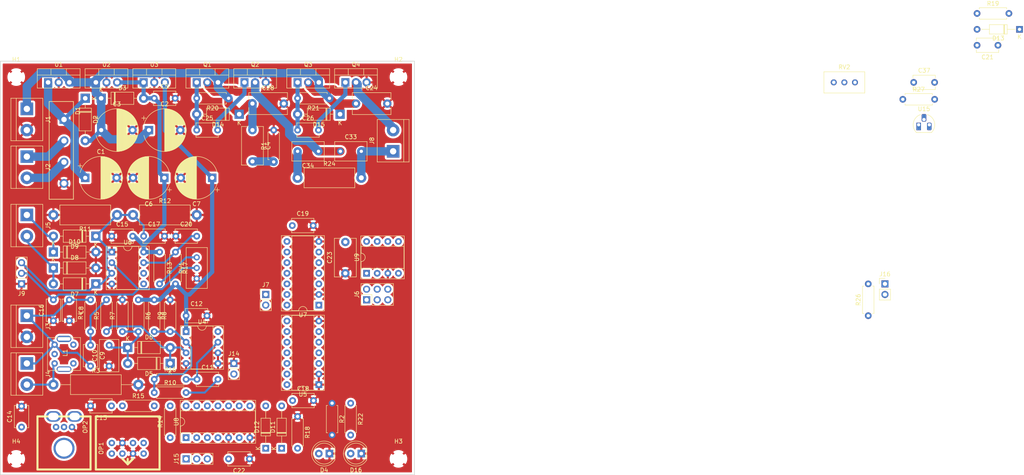
<source format=kicad_pcb>
(kicad_pcb (version 20171130) (host pcbnew "(5.1.9)-1")
  (layers (0 F.Cu signal) (31 B.Cu signal) (34 B.Paste user) (35 F.Paste user) (36 B.SilkS user) (37 F.SilkS user) (38 B.Mask user) (39 F.Mask user) (44 Edge.Cuts user))
  (net 0 "")
  (net 1 GND)
  (net 2 "Net-(C1-Pad1)")
  (net 3 +24V)
  (net 4 "Net-(C4-Pad2)")
  (net 5 +12V)
  (net 6 +5V)
  (net 7 "Net-(C8-Pad1)")
  (net 8 "Net-(C9-Pad1)")
  (net 9 "Net-(C10-Pad2)")
  (net 10 "Net-(C11-Pad2)")
  (net 11 "Net-(C11-Pad1)")
  (net 12 "Net-(C16-Pad2)")
  (net 13 "Net-(C17-Pad1)")
  (net 14 "Net-(C20-Pad2)")
  (net 15 "Net-(C21-Pad2)")
  (net 16 "Net-(C25-Pad2)")
  (net 17 "Net-(C25-Pad1)")
  (net 18 "Net-(C26-Pad2)")
  (net 19 "Net-(C26-Pad1)")
  (net 20 "Net-(C33-Pad2)")
  (net 21 "Net-(C33-Pad1)")
  (net 22 "Net-(C34-Pad2)")
  (net 23 "Net-(C37-Pad2)")
  (net 24 "Net-(D1-Pad2)")
  (net 25 "Net-(D1-Pad3)")
  (net 26 "Net-(D4-Pad2)")
  (net 27 "Net-(D5-Pad1)")
  (net 28 "Net-(D7-Pad2)")
  (net 29 "Net-(D10-Pad1)")
  (net 30 "Net-(D11-Pad2)")
  (net 31 "Net-(D11-Pad1)")
  (net 32 "Net-(D12-Pad2)")
  (net 33 "Net-(D13-Pad1)")
  (net 34 "Net-(D16-Pad2)")
  (net 35 "Net-(J4-Pad2)")
  (net 36 "Net-(J6-Pad1)")
  (net 37 "Net-(J6-Pad2)")
  (net 38 "Net-(J6-Pad4)")
  (net 39 "Net-(J6-Pad3)")
  (net 40 "Net-(J7-Pad2)")
  (net 41 "Net-(J15-Pad3)")
  (net 42 "Net-(J15-Pad1)")
  (net 43 "Net-(OP1-Pad6)")
  (net 44 "Net-(OP2-Pad2)")
  (net 45 "Net-(R10-Pad1)")
  (net 46 "Net-(R13-Pad2)")
  (net 47 "Net-(R22-Pad1)")
  (net 48 "Net-(R27-Pad1)")
  (net 49 "Net-(U4-Pad8)")
  (net 50 "Net-(U5-Pad13)")
  (net 51 "Net-(U5-Pad11)")
  (net 52 "Net-(U5-Pad10)")
  (net 53 "Net-(U6-Pad5)")
  (net 54 "Net-(U7-Pad1)")
  (net 55 "Net-(U5-Pad3)")
  (net 56 "Net-(U7-Pad6)")
  (net 57 "Net-(U8-Pad6)")
  (net 58 "Net-(J8-Pad2)")
  (module TerminalBlock:TerminalBlock_bornier-2_P5.08mm (layer F.Cu) (at -54.61 101.6 270)
    (fp_text reference J5 (at 2.54 -5.08 90) (layer F.SilkS))
    (fp_text value OCD-CT)
    (pad 1 thru_hole rect (at 0 0 270) (size 3 3) (drill 1.52) (layers *.Cu *.Mask) (net 29 "Net-(D10-Pad1)"))
    (pad 2 thru_hole circle (at 5.08 0 270) (size 3 3) (drill 1.52) (layers *.Cu *.Mask) (net 28 "Net-(D7-Pad2)"))
  )
  (module Capacitor_THT:C_Disc_D7.5mm_W4.4mm_P5.00mm (layer F.Cu) (at -34.925 137.795 90)
    (fp_text reference C10 (at 2.5 -3.45 90) (layer F.SilkS))
    (fp_text value "1 uF")
    (pad 2 thru_hole circle (at 5 0 90) (size 1.6 1.6) (drill 0.8) (layers *.Cu *.Mask) (net 9 "Net-(C10-Pad2)"))
    (pad 1 thru_hole circle (at 0 0 90) (size 1.6 1.6) (drill 0.8) (layers *.Cu *.Mask) (net 1 GND))
  )
  (module .pretty:CoilCraft_Slot_7 (layer F.Cu) (at -45.728 134.91 90)
    (fp_text reference L1 (at 0.29 0.3 90) (layer F.SilkS))
    (fp_text value SLOT7)
    (pad 7 thru_hole oval (at 3.62 0.008 90) (size 1.5 3.5) (drill oval 0.8 3) (layers *.Cu *.Mask))
    (pad 6 thru_hole oval (at -3.62 0.008 90) (size 1.3 3.5) (drill oval 0.8 3) (layers *.Cu *.Mask))
    (pad 5 thru_hole circle (at 2.246 2.256 90) (size 1.524 1.524) (drill 0.762) (layers *.Cu *.Mask))
    (pad 4 thru_hole circle (at -2.25 2.256 90) (size 1.524 1.524) (drill 0.762) (layers *.Cu *.Mask))
    (pad 3 thru_hole circle (at 2.246 -2.24 90) (size 1.524 1.524) (drill 0.762) (layers *.Cu *.Mask) (net 7 "Net-(C8-Pad1)"))
    (pad 2 thru_hole circle (at -0.002 -2.24 90) (size 1.524 1.524) (drill 0.762) (layers *.Cu *.Mask))
    (pad 1 thru_hole circle (at -2.25 -2.24 90) (size 1.524 1.524) (drill 0.762) (layers *.Cu *.Mask) (net 35 "Net-(J4-Pad2)"))
  )
  (module Package_TO_SOT_THT:TO-92L_HandSolder (layer F.Cu) (at 158.75 80.01)
    (fp_text reference U15 (at 1.27 -3.8) (layer F.SilkS))
    (fp_text value MC34164)
    (pad 2 thru_hole roundrect (at 1.27 -1.27) (size 1.1 1.8) (drill 0.75 (offset 0 -0.4)) (layers *.Cu *.Mask) (net 23 "Net-(C37-Pad2)"))
    (pad 3 thru_hole roundrect (at 2.54 0) (size 1.1 1.8) (drill 0.75 (offset 0 0.4)) (layers *.Cu *.Mask) (net 1 GND))
    (pad 1 thru_hole rect (at 0 0) (size 1.1 1.8) (drill 0.75 (offset 0 0.4)) (layers *.Cu *.Mask) (net 40 "Net-(J7-Pad2)"))
  )
  (module Package_DIP:DIP-8_W7.62mm_Socket (layer F.Cu) (at 26.67 115.57 90)
    (fp_text reference U9 (at 3.81 -2.33 90) (layer F.SilkS))
    (fp_text value UCC27243)
    (pad 1 thru_hole rect (at 0 0 90) (size 1.6 1.6) (drill 0.8) (layers *.Cu *.Mask) (net 5 +12V))
    (pad 5 thru_hole oval (at 7.62 7.62 90) (size 1.6 1.6) (drill 0.8) (layers *.Cu *.Mask) (net 18 "Net-(C26-Pad2)"))
    (pad 2 thru_hole oval (at 0 2.54 90) (size 1.6 1.6) (drill 0.8) (layers *.Cu *.Mask) (net 38 "Net-(J6-Pad4)"))
    (pad 6 thru_hole oval (at 7.62 5.08 90) (size 1.6 1.6) (drill 0.8) (layers *.Cu *.Mask) (net 5 +12V))
    (pad 3 thru_hole oval (at 0 5.08 90) (size 1.6 1.6) (drill 0.8) (layers *.Cu *.Mask) (net 1 GND))
    (pad 7 thru_hole oval (at 7.62 2.54 90) (size 1.6 1.6) (drill 0.8) (layers *.Cu *.Mask) (net 16 "Net-(C25-Pad2)"))
    (pad 4 thru_hole oval (at 0 7.62 90) (size 1.6 1.6) (drill 0.8) (layers *.Cu *.Mask) (net 39 "Net-(J6-Pad3)"))
    (pad 8 thru_hole oval (at 7.62 0 90) (size 1.6 1.6) (drill 0.8) (layers *.Cu *.Mask) (net 5 +12V))
  )
  (module Package_DIP:DIP-14_W7.62mm_Socket (layer F.Cu) (at -16.51 154.94 90)
    (fp_text reference U8 (at 3.81 -2.33 90) (layer F.SilkS))
    (fp_text value 74HC14)
    (pad 1 thru_hole rect (at 0 0 90) (size 1.6 1.6) (drill 0.8) (layers *.Cu *.Mask) (net 44 "Net-(OP2-Pad2)"))
    (pad 8 thru_hole oval (at 7.62 15.24 90) (size 1.6 1.6) (drill 0.8) (layers *.Cu *.Mask) (net 33 "Net-(D13-Pad1)"))
    (pad 2 thru_hole oval (at 0 2.54 90) (size 1.6 1.6) (drill 0.8) (layers *.Cu *.Mask) (net 42 "Net-(J15-Pad1)"))
    (pad 9 thru_hole oval (at 7.62 12.7 90) (size 1.6 1.6) (drill 0.8) (layers *.Cu *.Mask) (net 51 "Net-(U5-Pad11)"))
    (pad 3 thru_hole oval (at 0 5.08 90) (size 1.6 1.6) (drill 0.8) (layers *.Cu *.Mask) (net 42 "Net-(J15-Pad1)"))
    (pad 10 thru_hole oval (at 7.62 10.16 90) (size 1.6 1.6) (drill 0.8) (layers *.Cu *.Mask) (net 54 "Net-(U7-Pad1)"))
    (pad 4 thru_hole oval (at 0 7.62 90) (size 1.6 1.6) (drill 0.8) (layers *.Cu *.Mask) (net 41 "Net-(J15-Pad3)"))
    (pad 11 thru_hole oval (at 7.62 7.62 90) (size 1.6 1.6) (drill 0.8) (layers *.Cu *.Mask) (net 15 "Net-(C21-Pad2)"))
    (pad 5 thru_hole oval (at 0 10.16 90) (size 1.6 1.6) (drill 0.8) (layers *.Cu *.Mask) (net 1 GND))
    (pad 12 thru_hole oval (at 7.62 5.08 90) (size 1.6 1.6) (drill 0.8) (layers *.Cu *.Mask) (net 30 "Net-(D11-Pad2)"))
    (pad 6 thru_hole oval (at 0 12.7 90) (size 1.6 1.6) (drill 0.8) (layers *.Cu *.Mask) (net 57 "Net-(U8-Pad6)"))
    (pad 13 thru_hole oval (at 7.62 2.54 90) (size 1.6 1.6) (drill 0.8) (layers *.Cu *.Mask) (net 43 "Net-(OP1-Pad6)"))
    (pad 7 thru_hole oval (at 0 15.24 90) (size 1.6 1.6) (drill 0.8) (layers *.Cu *.Mask) (net 1 GND))
    (pad 14 thru_hole oval (at 7.62 0 90) (size 1.6 1.6) (drill 0.8) (layers *.Cu *.Mask) (net 6 +5V))
  )
  (module Package_DIP:DIP-14_W7.62mm_Socket (layer F.Cu) (at 15.24 123.19 180)
    (fp_text reference U7 (at 3.81 -2.33) (layer F.SilkS))
    (fp_text value 74HC74)
    (pad 1 thru_hole rect (at 0 0 180) (size 1.6 1.6) (drill 0.8) (layers *.Cu *.Mask) (net 54 "Net-(U7-Pad1)"))
    (pad 8 thru_hole oval (at 7.62 15.24 180) (size 1.6 1.6) (drill 0.8) (layers *.Cu *.Mask) (net 47 "Net-(R22-Pad1)"))
    (pad 2 thru_hole oval (at 0 2.54 180) (size 1.6 1.6) (drill 0.8) (layers *.Cu *.Mask) (net 1 GND))
    (pad 9 thru_hole oval (at 7.62 12.7 180) (size 1.6 1.6) (drill 0.8) (layers *.Cu *.Mask) (net 50 "Net-(U5-Pad13)"))
    (pad 3 thru_hole oval (at 0 5.08 180) (size 1.6 1.6) (drill 0.8) (layers *.Cu *.Mask) (net 11 "Net-(C11-Pad1)"))
    (pad 10 thru_hole oval (at 7.62 10.16 180) (size 1.6 1.6) (drill 0.8) (layers *.Cu *.Mask) (net 6 +5V))
    (pad 4 thru_hole oval (at 0 7.62 180) (size 1.6 1.6) (drill 0.8) (layers *.Cu *.Mask) (net 33 "Net-(D13-Pad1)"))
    (pad 11 thru_hole oval (at 7.62 7.62 180) (size 1.6 1.6) (drill 0.8) (layers *.Cu *.Mask) (net 31 "Net-(D11-Pad1)"))
    (pad 5 thru_hole oval (at 0 10.16 180) (size 1.6 1.6) (drill 0.8) (layers *.Cu *.Mask) (net 52 "Net-(U5-Pad10)"))
    (pad 12 thru_hole oval (at 7.62 5.08 180) (size 1.6 1.6) (drill 0.8) (layers *.Cu *.Mask) (net 6 +5V))
    (pad 6 thru_hole oval (at 0 12.7 180) (size 1.6 1.6) (drill 0.8) (layers *.Cu *.Mask) (net 56 "Net-(U7-Pad6)"))
    (pad 13 thru_hole oval (at 7.62 2.54 180) (size 1.6 1.6) (drill 0.8) (layers *.Cu *.Mask) (net 14 "Net-(C20-Pad2)"))
    (pad 7 thru_hole oval (at 0 15.24 180) (size 1.6 1.6) (drill 0.8) (layers *.Cu *.Mask) (net 1 GND))
    (pad 14 thru_hole oval (at 7.62 0 180) (size 1.6 1.6) (drill 0.8) (layers *.Cu *.Mask) (net 6 +5V))
  )
  (module Package_DIP:DIP-8_W7.62mm_Socket (layer F.Cu) (at -34.29 110.49)
    (fp_text reference U6 (at 3.81 -2.33) (layer F.SilkS))
    (fp_text value LM311)
    (pad 1 thru_hole rect (at 0 0) (size 1.6 1.6) (drill 0.8) (layers *.Cu *.Mask) (net 1 GND))
    (pad 5 thru_hole oval (at 7.62 7.62) (size 1.6 1.6) (drill 0.8) (layers *.Cu *.Mask) (net 53 "Net-(U6-Pad5)"))
    (pad 2 thru_hole oval (at 0 2.54) (size 1.6 1.6) (drill 0.8) (layers *.Cu *.Mask) (net 12 "Net-(C16-Pad2)"))
    (pad 6 thru_hole oval (at 7.62 5.08) (size 1.6 1.6) (drill 0.8) (layers *.Cu *.Mask) (net 53 "Net-(U6-Pad5)"))
    (pad 3 thru_hole oval (at 0 5.08) (size 1.6 1.6) (drill 0.8) (layers *.Cu *.Mask) (net 13 "Net-(C17-Pad1)"))
    (pad 7 thru_hole oval (at 7.62 2.54) (size 1.6 1.6) (drill 0.8) (layers *.Cu *.Mask) (net 14 "Net-(C20-Pad2)"))
    (pad 4 thru_hole oval (at 0 7.62) (size 1.6 1.6) (drill 0.8) (layers *.Cu *.Mask) (net 1 GND))
    (pad 8 thru_hole oval (at 7.62 0) (size 1.6 1.6) (drill 0.8) (layers *.Cu *.Mask) (net 5 +12V))
  )
  (module Package_DIP:DIP-14_W7.62mm_Socket (layer F.Cu) (at 15.24 142.24 180)
    (fp_text reference U5 (at 3.81 -2.33) (layer F.SilkS))
    (fp_text value 74HC08)
    (pad 1 thru_hole rect (at 0 0 180) (size 1.6 1.6) (drill 0.8) (layers *.Cu *.Mask) (net 1 GND))
    (pad 8 thru_hole oval (at 7.62 15.24 180) (size 1.6 1.6) (drill 0.8) (layers *.Cu *.Mask) (net 36 "Net-(J6-Pad1)"))
    (pad 2 thru_hole oval (at 0 2.54 180) (size 1.6 1.6) (drill 0.8) (layers *.Cu *.Mask) (net 1 GND))
    (pad 9 thru_hole oval (at 7.62 12.7 180) (size 1.6 1.6) (drill 0.8) (layers *.Cu *.Mask) (net 49 "Net-(U4-Pad8)"))
    (pad 3 thru_hole oval (at 0 5.08 180) (size 1.6 1.6) (drill 0.8) (layers *.Cu *.Mask) (net 55 "Net-(U5-Pad3)"))
    (pad 10 thru_hole oval (at 7.62 10.16 180) (size 1.6 1.6) (drill 0.8) (layers *.Cu *.Mask) (net 52 "Net-(U5-Pad10)"))
    (pad 4 thru_hole oval (at 0 7.62 180) (size 1.6 1.6) (drill 0.8) (layers *.Cu *.Mask) (net 52 "Net-(U5-Pad10)"))
    (pad 11 thru_hole oval (at 7.62 7.62 180) (size 1.6 1.6) (drill 0.8) (layers *.Cu *.Mask) (net 51 "Net-(U5-Pad11)"))
    (pad 5 thru_hole oval (at 0 10.16 180) (size 1.6 1.6) (drill 0.8) (layers *.Cu *.Mask) (net 11 "Net-(C11-Pad1)"))
    (pad 12 thru_hole oval (at 7.62 5.08 180) (size 1.6 1.6) (drill 0.8) (layers *.Cu *.Mask) (net 31 "Net-(D11-Pad1)"))
    (pad 6 thru_hole oval (at 0 12.7 180) (size 1.6 1.6) (drill 0.8) (layers *.Cu *.Mask) (net 37 "Net-(J6-Pad2)"))
    (pad 13 thru_hole oval (at 7.62 2.54 180) (size 1.6 1.6) (drill 0.8) (layers *.Cu *.Mask) (net 50 "Net-(U5-Pad13)"))
    (pad 7 thru_hole oval (at 0 15.24 180) (size 1.6 1.6) (drill 0.8) (layers *.Cu *.Mask) (net 1 GND))
    (pad 14 thru_hole oval (at 7.62 0 180) (size 1.6 1.6) (drill 0.8) (layers *.Cu *.Mask) (net 6 +5V))
  )
  (module Package_DIP:DIP-8_W7.62mm_Socket (layer F.Cu) (at -16.51 129.54)
    (fp_text reference U4 (at 3.81 -2.33) (layer F.SilkS))
    (fp_text value TL3116)
    (pad 1 thru_hole rect (at 0 0) (size 1.6 1.6) (drill 0.8) (layers *.Cu *.Mask) (net 6 +5V))
    (pad 5 thru_hole oval (at 7.62 7.62) (size 1.6 1.6) (drill 0.8) (layers *.Cu *.Mask) (net 1 GND))
    (pad 2 thru_hole oval (at 0 2.54) (size 1.6 1.6) (drill 0.8) (layers *.Cu *.Mask) (net 45 "Net-(R10-Pad1)"))
    (pad 6 thru_hole oval (at 7.62 5.08) (size 1.6 1.6) (drill 0.8) (layers *.Cu *.Mask) (net 1 GND))
    (pad 3 thru_hole oval (at 0 5.08) (size 1.6 1.6) (drill 0.8) (layers *.Cu *.Mask) (net 27 "Net-(D5-Pad1)"))
    (pad 7 thru_hole oval (at 7.62 2.54) (size 1.6 1.6) (drill 0.8) (layers *.Cu *.Mask) (net 11 "Net-(C11-Pad1)"))
    (pad 4 thru_hole oval (at 0 7.62) (size 1.6 1.6) (drill 0.8) (layers *.Cu *.Mask) (net 1 GND))
    (pad 8 thru_hole oval (at 7.62 0) (size 1.6 1.6) (drill 0.8) (layers *.Cu *.Mask) (net 49 "Net-(U4-Pad8)"))
  )
  (module Package_TO_SOT_THT:TO-220-3_Vertical (layer F.Cu) (at -26.67 69.85)
    (fp_text reference U3 (at 2.54 -4.27) (layer F.SilkS))
    (fp_text value LM7805_TO220)
    (pad 1 thru_hole rect (at 0 0) (size 1.905 2) (drill 1.1) (layers *.Cu *.Mask) (net 5 +12V))
    (pad 2 thru_hole oval (at 2.54 0) (size 1.905 2) (drill 1.1) (layers *.Cu *.Mask) (net 1 GND))
    (pad 3 thru_hole oval (at 5.08 0) (size 1.905 2) (drill 1.1) (layers *.Cu *.Mask) (net 6 +5V))
  )
  (module Package_TO_SOT_THT:TO-220-3_Vertical (layer F.Cu) (at -38.1 69.85)
    (fp_text reference U2 (at 2.54 -4.27) (layer F.SilkS))
    (fp_text value LM7812_TO220)
    (pad 1 thru_hole rect (at 0 0) (size 1.905 2) (drill 1.1) (layers *.Cu *.Mask) (net 3 +24V))
    (pad 2 thru_hole oval (at 2.54 0) (size 1.905 2) (drill 1.1) (layers *.Cu *.Mask) (net 1 GND))
    (pad 3 thru_hole oval (at 5.08 0) (size 1.905 2) (drill 1.1) (layers *.Cu *.Mask) (net 5 +12V))
  )
  (module Package_TO_SOT_THT:TO-220-3_Vertical (layer F.Cu) (at -49.53 69.85)
    (fp_text reference U1 (at 2.54 -4.27) (layer F.SilkS))
    (fp_text value LM7824_TO220)
    (pad 1 thru_hole rect (at 0 0) (size 1.905 2) (drill 1.1) (layers *.Cu *.Mask) (net 2 "Net-(C1-Pad1)"))
    (pad 2 thru_hole oval (at 2.54 0) (size 1.905 2) (drill 1.1) (layers *.Cu *.Mask) (net 1 GND))
    (pad 3 thru_hole oval (at 5.08 0) (size 1.905 2) (drill 1.1) (layers *.Cu *.Mask) (net 3 +24V))
  )
  (module Potentiometer_THT:Potentiometer_Bourns_3296W_Vertical (layer F.Cu) (at 143.51 69.85)
    (fp_text reference RV2 (at -2.54 -3.66) (layer F.SilkS))
    (fp_text value 5k)
    (pad 1 thru_hole circle (at 0 0) (size 1.44 1.44) (drill 0.8) (layers *.Cu *.Mask) (net 48 "Net-(R27-Pad1)"))
    (pad 2 thru_hole circle (at -2.54 0) (size 1.44 1.44) (drill 0.8) (layers *.Cu *.Mask) (net 3 +24V))
    (pad 3 thru_hole circle (at -5.08 0) (size 1.44 1.44) (drill 0.8) (layers *.Cu *.Mask) (net 3 +24V))
  )
  (module Potentiometer_THT:Potentiometer_Bourns_3296W_Vertical (layer F.Cu) (at -13.97 111.76 90)
    (fp_text reference RV1 (at -2.54 -3.66 90) (layer F.SilkS))
    (fp_text value 10k)
    (pad 1 thru_hole circle (at 0 0 90) (size 1.44 1.44) (drill 0.8) (layers *.Cu *.Mask) (net 46 "Net-(R13-Pad2)"))
    (pad 2 thru_hole circle (at -2.54 0 90) (size 1.44 1.44) (drill 0.8) (layers *.Cu *.Mask) (net 12 "Net-(C16-Pad2)"))
    (pad 3 thru_hole circle (at -5.08 0 90) (size 1.44 1.44) (drill 0.8) (layers *.Cu *.Mask) (net 1 GND))
  )
  (module Resistor_THT:R_Axial_DIN0207_L6.3mm_D2.5mm_P7.62mm_Horizontal (layer F.Cu) (at 154.953354 73.906)
    (fp_text reference R27 (at 3.81 -2.37) (layer F.SilkS))
    (fp_text value 1k)
    (pad 1 thru_hole circle (at 0 0) (size 1.6 1.6) (drill 0.8) (layers *.Cu *.Mask) (net 48 "Net-(R27-Pad1)"))
    (pad 2 thru_hole oval (at 7.62 0) (size 1.6 1.6) (drill 0.8) (layers *.Cu *.Mask) (net 23 "Net-(C37-Pad2)"))
  )
  (module Resistor_THT:R_Axial_DIN0207_L6.3mm_D2.5mm_P7.62mm_Horizontal (layer F.Cu) (at 146.685 125.73 90)
    (fp_text reference R26 (at 3.81 -2.37 90) (layer F.SilkS))
    (fp_text value 470R)
    (pad 1 thru_hole circle (at 0 0 90) (size 1.6 1.6) (drill 0.8) (layers *.Cu *.Mask) (net 23 "Net-(C37-Pad2)"))
    (pad 2 thru_hole oval (at 7.62 0 90) (size 1.6 1.6) (drill 0.8) (layers *.Cu *.Mask) (net 1 GND))
  )
  (module Resistor_THT:R_Axial_DIN0414_L11.9mm_D4.5mm_P15.24mm_Horizontal (layer F.Cu) (at 10.16 92.71)
    (fp_text reference R24 (at 7.62 -3.37) (layer F.SilkS))
    (fp_text value 15R)
    (pad 1 thru_hole circle (at 0 0) (size 2.4 2.4) (drill 1.2) (layers *.Cu *.Mask) (net 22 "Net-(C34-Pad2)"))
    (pad 2 thru_hole oval (at 15.24 0) (size 2.4 2.4) (drill 1.2) (layers *.Cu *.Mask) (net 20 "Net-(C33-Pad2)"))
  )
  (module Resistor_THT:R_Axial_DIN0207_L6.3mm_D2.5mm_P7.62mm_Horizontal (layer F.Cu) (at 22.86 146.685 270)
    (fp_text reference R22 (at 3.81 -2.37 90) (layer F.SilkS))
    (fp_text value 470R)
    (pad 1 thru_hole circle (at 0 0 270) (size 1.6 1.6) (drill 0.8) (layers *.Cu *.Mask) (net 47 "Net-(R22-Pad1)"))
    (pad 2 thru_hole oval (at 7.62 0 270) (size 1.6 1.6) (drill 0.8) (layers *.Cu *.Mask) (net 34 "Net-(D16-Pad2)"))
  )
  (module Resistor_THT:R_Axial_DIN0207_L6.3mm_D2.5mm_P7.62mm_Horizontal (layer F.Cu) (at 17.78 73.66 180)
    (fp_text reference R21 (at 3.81 -2.37) (layer F.SilkS))
    (fp_text value 1k)
    (pad 1 thru_hole circle (at 0 0 180) (size 1.6 1.6) (drill 0.8) (layers *.Cu *.Mask) (net 3 +24V))
    (pad 2 thru_hole oval (at 7.62 0 180) (size 1.6 1.6) (drill 0.8) (layers *.Cu *.Mask) (net 19 "Net-(C26-Pad1)"))
  )
  (module Resistor_THT:R_Axial_DIN0207_L6.3mm_D2.5mm_P7.62mm_Horizontal (layer F.Cu) (at -6.35 73.66 180)
    (fp_text reference R20 (at 3.81 -2.37) (layer F.SilkS))
    (fp_text value 1k)
    (pad 1 thru_hole circle (at 0 0 180) (size 1.6 1.6) (drill 0.8) (layers *.Cu *.Mask) (net 3 +24V))
    (pad 2 thru_hole oval (at 7.62 0 180) (size 1.6 1.6) (drill 0.8) (layers *.Cu *.Mask) (net 17 "Net-(C25-Pad1)"))
  )
  (module Resistor_THT:R_Axial_DIN0207_L6.3mm_D2.5mm_P7.62mm_Horizontal (layer F.Cu) (at 172.72 53.34)
    (fp_text reference R19 (at 3.81 -2.37) (layer F.SilkS))
    (fp_text value 10k)
    (pad 1 thru_hole circle (at 0 0) (size 1.6 1.6) (drill 0.8) (layers *.Cu *.Mask) (net 15 "Net-(C21-Pad2)"))
    (pad 2 thru_hole oval (at 7.62 0) (size 1.6 1.6) (drill 0.8) (layers *.Cu *.Mask) (net 33 "Net-(D13-Pad1)"))
  )
  (module Resistor_THT:R_Axial_DIN0207_L6.3mm_D2.5mm_P7.62mm_Horizontal (layer F.Cu) (at 10.16 149.86 270)
    (fp_text reference R18 (at 3.81 -2.37 90) (layer F.SilkS))
    (fp_text value 1k)
    (pad 1 thru_hole circle (at 0 0 270) (size 1.6 1.6) (drill 0.8) (layers *.Cu *.Mask) (net 1 GND))
    (pad 2 thru_hole oval (at 7.62 0 270) (size 1.6 1.6) (drill 0.8) (layers *.Cu *.Mask) (net 31 "Net-(D11-Pad1)"))
  )
  (module Resistor_THT:R_Axial_DIN0207_L6.3mm_D2.5mm_P7.62mm_Horizontal (layer F.Cu) (at -19.05 110.49 270)
    (fp_text reference R17 (at 3.81 -2.37 90) (layer F.SilkS))
    (fp_text value 1k)
    (pad 1 thru_hole circle (at 0 0 270) (size 1.6 1.6) (drill 0.8) (layers *.Cu *.Mask) (net 14 "Net-(C20-Pad2)"))
    (pad 2 thru_hole oval (at 7.62 0 270) (size 1.6 1.6) (drill 0.8) (layers *.Cu *.Mask) (net 6 +5V))
  )
  (module Resistor_THT:R_Axial_DIN0207_L6.3mm_D2.5mm_P7.62mm_Horizontal (layer F.Cu) (at -24.13 140.97)
    (fp_text reference R16 (at 3.81 -2.37) (layer F.SilkS))
    (fp_text value 100k)
    (pad 1 thru_hole circle (at 0 0) (size 1.6 1.6) (drill 0.8) (layers *.Cu *.Mask) (net 45 "Net-(R10-Pad1)"))
    (pad 2 thru_hole oval (at 7.62 0) (size 1.6 1.6) (drill 0.8) (layers *.Cu *.Mask) (net 11 "Net-(C11-Pad1)"))
  )
  (module Resistor_THT:R_Axial_DIN0207_L6.3mm_D2.5mm_P7.62mm_Horizontal (layer F.Cu) (at -31.75 147.32)
    (fp_text reference R15 (at 3.81 -2.37) (layer F.SilkS))
    (fp_text value 1k)
    (pad 1 thru_hole circle (at 0 0) (size 1.6 1.6) (drill 0.8) (layers *.Cu *.Mask) (net 6 +5V))
    (pad 2 thru_hole oval (at 7.62 0) (size 1.6 1.6) (drill 0.8) (layers *.Cu *.Mask) (net 43 "Net-(OP1-Pad6)"))
  )
  (module Resistor_THT:R_Axial_DIN0207_L6.3mm_D2.5mm_P7.62mm_Horizontal (layer F.Cu) (at -20.32 154.94 90)
    (fp_text reference R14 (at 3.81 -2.37 90) (layer F.SilkS))
    (fp_text value 1k)
    (pad 1 thru_hole circle (at 0 0 90) (size 1.6 1.6) (drill 0.8) (layers *.Cu *.Mask) (net 44 "Net-(OP2-Pad2)"))
    (pad 2 thru_hole oval (at 7.62 0 90) (size 1.6 1.6) (drill 0.8) (layers *.Cu *.Mask) (net 6 +5V))
  )
  (module Resistor_THT:R_Axial_DIN0207_L6.3mm_D2.5mm_P7.62mm_Horizontal (layer F.Cu) (at -22.86 110.49 270)
    (fp_text reference R13 (at 3.81 -2.37 90) (layer F.SilkS))
    (fp_text value 1.8k)
    (pad 1 thru_hole circle (at 0 0 270) (size 1.6 1.6) (drill 0.8) (layers *.Cu *.Mask) (net 5 +12V))
    (pad 2 thru_hole oval (at 7.62 0 270) (size 1.6 1.6) (drill 0.8) (layers *.Cu *.Mask) (net 46 "Net-(R13-Pad2)"))
  )
  (module Resistor_THT:R_Axial_DIN0414_L11.9mm_D4.5mm_P15.24mm_Horizontal (layer F.Cu) (at -29.21 101.6)
    (fp_text reference R12 (at 7.62 -3.37) (layer F.SilkS))
    (fp_text value 5.1R)
    (pad 1 thru_hole circle (at 0 0) (size 2.4 2.4) (drill 1.2) (layers *.Cu *.Mask) (net 13 "Net-(C17-Pad1)"))
    (pad 2 thru_hole oval (at 15.24 0) (size 2.4 2.4) (drill 1.2) (layers *.Cu *.Mask) (net 1 GND))
  )
  (module Resistor_THT:R_Axial_DIN0414_L11.9mm_D4.5mm_P15.24mm_Horizontal (layer F.Cu) (at -33.02 101.6 180)
    (fp_text reference R11 (at 7.62 -3.37) (layer F.SilkS))
    (fp_text value 5.1R)
    (pad 1 thru_hole circle (at 0 0 180) (size 2.4 2.4) (drill 1.2) (layers *.Cu *.Mask) (net 13 "Net-(C17-Pad1)"))
    (pad 2 thru_hole oval (at 15.24 0 180) (size 2.4 2.4) (drill 1.2) (layers *.Cu *.Mask) (net 1 GND))
  )
  (module Resistor_THT:R_Axial_DIN0207_L6.3mm_D2.5mm_P7.62mm_Horizontal (layer F.Cu) (at -24.13 144.145)
    (fp_text reference R10 (at 3.81 -2.37) (layer F.SilkS))
    (fp_text value 470R)
    (pad 1 thru_hole circle (at 0 0) (size 1.6 1.6) (drill 0.8) (layers *.Cu *.Mask) (net 45 "Net-(R10-Pad1)"))
    (pad 2 thru_hole oval (at 7.62 0) (size 1.6 1.6) (drill 0.8) (layers *.Cu *.Mask) (net 10 "Net-(C11-Pad2)"))
  )
  (module Resistor_THT:R_Axial_DIN0207_L6.3mm_D2.5mm_P7.62mm_Horizontal (layer F.Cu) (at -20.32 129.54 90)
    (fp_text reference R9 (at 3.81 -2.37 90) (layer F.SilkS))
    (fp_text value 470R)
    (pad 1 thru_hole circle (at 0 0 90) (size 1.6 1.6) (drill 0.8) (layers *.Cu *.Mask) (net 45 "Net-(R10-Pad1)"))
    (pad 2 thru_hole oval (at 7.62 0 90) (size 1.6 1.6) (drill 0.8) (layers *.Cu *.Mask) (net 1 GND))
  )
  (module Resistor_THT:R_Axial_DIN0207_L6.3mm_D2.5mm_P7.62mm_Horizontal (layer F.Cu) (at -24.13 121.92 270)
    (fp_text reference R8 (at 3.81 -2.37 90) (layer F.SilkS))
    (fp_text value 1k)
    (pad 1 thru_hole circle (at 0 0 270) (size 1.6 1.6) (drill 0.8) (layers *.Cu *.Mask) (net 6 +5V))
    (pad 2 thru_hole oval (at 7.62 0 270) (size 1.6 1.6) (drill 0.8) (layers *.Cu *.Mask) (net 45 "Net-(R10-Pad1)"))
  )
  (module Resistor_THT:R_Axial_DIN0207_L6.3mm_D2.5mm_P7.62mm_Horizontal (layer F.Cu) (at -31.75 129.54 90)
    (fp_text reference R7 (at 3.81 -2.37 90) (layer F.SilkS))
    (fp_text value 470R)
    (pad 1 thru_hole circle (at 0 0 90) (size 1.6 1.6) (drill 0.8) (layers *.Cu *.Mask) (net 9 "Net-(C10-Pad2)"))
    (pad 2 thru_hole oval (at 7.62 0 90) (size 1.6 1.6) (drill 0.8) (layers *.Cu *.Mask) (net 1 GND))
  )
  (module Resistor_THT:R_Axial_DIN0207_L6.3mm_D2.5mm_P7.62mm_Horizontal (layer F.Cu) (at -27.94 121.92 270)
    (fp_text reference R6 (at 3.81 -2.37 90) (layer F.SilkS))
    (fp_text value 1k)
    (pad 1 thru_hole circle (at 0 0 270) (size 1.6 1.6) (drill 0.8) (layers *.Cu *.Mask) (net 6 +5V))
    (pad 2 thru_hole oval (at 7.62 0 270) (size 1.6 1.6) (drill 0.8) (layers *.Cu *.Mask) (net 9 "Net-(C10-Pad2)"))
  )
  (module Resistor_THT:R_Axial_DIN0207_L6.3mm_D2.5mm_P7.62mm_Horizontal (layer F.Cu) (at -35.56 129.54 90)
    (fp_text reference R5 (at 3.81 -2.37 90) (layer F.SilkS))
    (fp_text value 1k)
    (pad 1 thru_hole circle (at 0 0 90) (size 1.6 1.6) (drill 0.8) (layers *.Cu *.Mask) (net 27 "Net-(D5-Pad1)"))
    (pad 2 thru_hole oval (at 7.62 0 90) (size 1.6 1.6) (drill 0.8) (layers *.Cu *.Mask) (net 8 "Net-(C9-Pad1)"))
  )
  (module Resistor_THT:R_Axial_DIN0207_L6.3mm_D2.5mm_P7.62mm_Horizontal (layer F.Cu) (at -39.37 129.54 90)
    (fp_text reference R4 (at 3.81 -2.37 90) (layer F.SilkS))
    (fp_text value 100k)
    (pad 1 thru_hole circle (at 0 0 90) (size 1.6 1.6) (drill 0.8) (layers *.Cu *.Mask) (net 8 "Net-(C9-Pad1)"))
    (pad 2 thru_hole oval (at 7.62 0 90) (size 1.6 1.6) (drill 0.8) (layers *.Cu *.Mask) (net 7 "Net-(C8-Pad1)"))
  )
  (module Resistor_THT:R_Axial_DIN0414_L11.9mm_D4.5mm_P20.32mm_Horizontal (layer F.Cu) (at -48.26 142.24)
    (fp_text reference R3 (at 10.16 -3.37) (layer F.SilkS))
    (fp_text value 51R)
    (pad 1 thru_hole circle (at 0 0) (size 2.4 2.4) (drill 1.2) (layers *.Cu *.Mask) (net 35 "Net-(J4-Pad2)"))
    (pad 2 thru_hole oval (at 20.32 0) (size 2.4 2.4) (drill 1.2) (layers *.Cu *.Mask) (net 1 GND))
  )
  (module Resistor_THT:R_Axial_DIN0207_L6.3mm_D2.5mm_P7.62mm_Horizontal (layer F.Cu) (at 18.415 146.685 270)
    (fp_text reference R2 (at 3.81 -2.37 90) (layer F.SilkS))
    (fp_text value 470R)
    (pad 1 thru_hole circle (at 0 0 270) (size 1.6 1.6) (drill 0.8) (layers *.Cu *.Mask) (net 6 +5V))
    (pad 2 thru_hole oval (at 7.62 0 270) (size 1.6 1.6) (drill 0.8) (layers *.Cu *.Mask) (net 26 "Net-(D4-Pad2)"))
  )
  (module Resistor_THT:R_Axial_DIN0207_L6.3mm_D2.5mm_P7.62mm_Horizontal (layer F.Cu) (at 4.445 88.9 90)
    (fp_text reference R1 (at 3.81 -2.37 90) (layer F.SilkS))
    (fp_text value 1R)
    (pad 1 thru_hole circle (at 0 0 90) (size 1.6 1.6) (drill 0.8) (layers *.Cu *.Mask) (net 4 "Net-(C4-Pad2)"))
    (pad 2 thru_hole oval (at 7.62 0 90) (size 1.6 1.6) (drill 0.8) (layers *.Cu *.Mask) (net 1 GND))
  )
  (module Package_TO_SOT_THT:TO-220-3_Vertical (layer F.Cu) (at 21.59 69.85)
    (fp_text reference Q4 (at 2.54 -4.27) (layer F.SilkS))
    (fp_text value IRF540N)
    (pad 1 thru_hole rect (at 0 0) (size 1.905 2) (drill 1.1) (layers *.Cu *.Mask) (net 18 "Net-(C26-Pad2)"))
    (pad 2 thru_hole oval (at 2.54 0) (size 1.905 2) (drill 1.1) (layers *.Cu *.Mask) (net 58 "Net-(J8-Pad2)"))
    (pad 3 thru_hole oval (at 5.08 0) (size 1.905 2) (drill 1.1) (layers *.Cu *.Mask) (net 1 GND))
  )
  (module Package_TO_SOT_THT:TO-220-3_Vertical (layer F.Cu) (at 10.16 69.85)
    (fp_text reference Q3 (at 2.54 -4.27) (layer F.SilkS))
    (fp_text value IRF9540N)
    (pad 1 thru_hole rect (at 0 0) (size 1.905 2) (drill 1.1) (layers *.Cu *.Mask) (net 19 "Net-(C26-Pad1)"))
    (pad 2 thru_hole oval (at 2.54 0) (size 1.905 2) (drill 1.1) (layers *.Cu *.Mask) (net 58 "Net-(J8-Pad2)"))
    (pad 3 thru_hole oval (at 5.08 0) (size 1.905 2) (drill 1.1) (layers *.Cu *.Mask) (net 3 +24V))
  )
  (module Package_TO_SOT_THT:TO-220-3_Vertical (layer F.Cu) (at -2.54 69.85)
    (fp_text reference Q2 (at 2.54 -4.27) (layer F.SilkS))
    (fp_text value IRF540N)
    (pad 1 thru_hole rect (at 0 0) (size 1.905 2) (drill 1.1) (layers *.Cu *.Mask) (net 16 "Net-(C25-Pad2)"))
    (pad 2 thru_hole oval (at 2.54 0) (size 1.905 2) (drill 1.1) (layers *.Cu *.Mask) (net 21 "Net-(C33-Pad1)"))
    (pad 3 thru_hole oval (at 5.08 0) (size 1.905 2) (drill 1.1) (layers *.Cu *.Mask) (net 1 GND))
  )
  (module Package_TO_SOT_THT:TO-220-3_Vertical (layer F.Cu) (at -13.97 69.85)
    (fp_text reference Q1 (at 2.54 -4.27) (layer F.SilkS))
    (fp_text value IRF9540N)
    (pad 1 thru_hole rect (at 0 0) (size 1.905 2) (drill 1.1) (layers *.Cu *.Mask) (net 17 "Net-(C25-Pad1)"))
    (pad 2 thru_hole oval (at 2.54 0) (size 1.905 2) (drill 1.1) (layers *.Cu *.Mask) (net 21 "Net-(C33-Pad1)"))
    (pad 3 thru_hole oval (at 5.08 0) (size 1.905 2) (drill 1.1) (layers *.Cu *.Mask) (net 3 +24V))
  )
  (module .pretty:IFD95 (layer F.Cu) (at -45.72 152.4 90)
    (fp_text reference OP2 (at 0 5.08 90) (layer F.SilkS))
    (fp_text value IFD95)
    (pad 4 thru_hole oval (at 2.54 -2.54 90) (size 2.5 3.5) (drill oval 1.8 2.5) (layers *.Cu *.Mask))
    (pad 1 thru_hole circle (at 0 1.9 90) (size 1.524 1.524) (drill 0.762) (layers *.Cu *.Mask) (net 1 GND))
    (pad 2 thru_hole circle (at 0 0 90) (size 1.524 1.524) (drill 0.762) (layers *.Cu *.Mask) (net 44 "Net-(OP2-Pad2)"))
    (pad 3 thru_hole circle (at 0 -1.9 90) (size 1.524 1.524) (drill 0.762) (layers *.Cu *.Mask) (net 6 +5V))
    (pad 4 thru_hole oval (at 2.54 2.54 90) (size 2.5 3.5) (drill oval 1.8 2.5) (layers *.Cu *.Mask))
    (pad 5 thru_hole oval (at -5.08 0 90) (size 5 5) (drill oval 4) (layers *.Cu *.Mask))
  )
  (module .pretty:OPF2412T (layer F.Cu) (at -30.48 157.48 270)
    (fp_text reference OP1 (at 0 6.35 90) (layer F.SilkS))
    (fp_text value OPF2412T)
    (pad 1 thru_hole circle (at -1.27 -3.81 270) (size 1.524 1.524) (drill 0.762) (layers *.Cu *.Mask))
    (pad 2 thru_hole circle (at -1.27 -1.27 270) (size 1.524 1.524) (drill 0.762) (layers *.Cu *.Mask) (net 6 +5V))
    (pad 3 thru_hole circle (at -1.27 1.27 270) (size 1.524 1.524) (drill 0.762) (layers *.Cu *.Mask) (net 1 GND))
    (pad 4 thru_hole circle (at -1.27 3.81 270) (size 1.524 1.524) (drill 0.762) (layers *.Cu *.Mask))
    (pad 5 thru_hole circle (at 1.27 3.81 270) (size 1.524 1.524) (drill 0.762) (layers *.Cu *.Mask))
    (pad 6 thru_hole circle (at 1.27 1.27 270) (size 1.524 1.524) (drill 0.762) (layers *.Cu *.Mask) (net 43 "Net-(OP1-Pad6)"))
    (pad 7 thru_hole circle (at 1.27 -1.27 270) (size 1.524 1.524) (drill 0.762) (layers *.Cu *.Mask) (net 1 GND))
    (pad 8 thru_hole circle (at 1.27 -3.81 270) (size 1.524 1.524) (drill 0.762) (layers *.Cu *.Mask))
  )
  (module Connector_PinHeader_2.54mm:PinHeader_1x02_P2.54mm_Vertical (layer F.Cu) (at 150.683354 118.11)
    (fp_text reference J16 (at 0 -2.33) (layer F.SilkS))
    (fp_text value UV-TP)
    (pad 1 thru_hole rect (at 0 0) (size 1.7 1.7) (drill 1) (layers *.Cu *.Mask) (net 1 GND))
    (pad 2 thru_hole oval (at 0 2.54) (size 1.7 1.7) (drill 1) (layers *.Cu *.Mask) (net 23 "Net-(C37-Pad2)"))
  )
  (module Connector_PinHeader_2.54mm:PinHeader_1x03_P2.54mm_Vertical (layer F.Cu) (at -16.51 160.02 90)
    (fp_text reference J15 (at 0 -2.33 90) (layer F.SilkS))
    (fp_text value INT-POLARITY)
    (pad 1 thru_hole rect (at 0 0 90) (size 1.7 1.7) (drill 1) (layers *.Cu *.Mask) (net 42 "Net-(J15-Pad1)"))
    (pad 2 thru_hole oval (at 0 2.54 90) (size 1.7 1.7) (drill 1) (layers *.Cu *.Mask) (net 32 "Net-(D12-Pad2)"))
    (pad 3 thru_hole oval (at 0 5.08 90) (size 1.7 1.7) (drill 1) (layers *.Cu *.Mask) (net 41 "Net-(J15-Pad3)"))
  )
  (module Connector_PinHeader_2.54mm:PinHeader_1x02_P2.54mm_Vertical (layer F.Cu) (at -5.08 137.16)
    (fp_text reference J14 (at 0 -2.33) (layer F.SilkS))
    (fp_text value OCD-DIS)
    (pad 1 thru_hole rect (at 0 0) (size 1.7 1.7) (drill 1) (layers *.Cu *.Mask) (net 1 GND))
    (pad 2 thru_hole oval (at 0 2.54) (size 1.7 1.7) (drill 1) (layers *.Cu *.Mask) (net 15 "Net-(C21-Pad2)"))
  )
  (module Connector_PinHeader_2.54mm:PinHeader_1x03_P2.54mm_Vertical (layer F.Cu) (at -55.88 118.11 180)
    (fp_text reference J9 (at 0 -2.33) (layer F.SilkS))
    (fp_text value OCD-TP)
    (pad 1 thru_hole rect (at 0 0 180) (size 1.7 1.7) (drill 1) (layers *.Cu *.Mask) (net 1 GND))
    (pad 2 thru_hole oval (at 0 2.54 180) (size 1.7 1.7) (drill 1) (layers *.Cu *.Mask) (net 12 "Net-(C16-Pad2)"))
    (pad 3 thru_hole oval (at 0 5.08 180) (size 1.7 1.7) (drill 1) (layers *.Cu *.Mask) (net 13 "Net-(C17-Pad1)"))
  )
  (module TerminalBlock:TerminalBlock_bornier-2_P5.08mm (layer F.Cu) (at 33.02 86.36 90)
    (fp_text reference J8 (at 2.54 -5.08 90) (layer F.SilkS))
    (fp_text value GDT)
    (pad 1 thru_hole rect (at 0 0 90) (size 3 3) (drill 1.52) (layers *.Cu *.Mask) (net 20 "Net-(C33-Pad2)"))
    (pad 2 thru_hole circle (at 5.08 0 90) (size 3 3) (drill 1.52) (layers *.Cu *.Mask) (net 58 "Net-(J8-Pad2)"))
  )
  (module Connector_PinHeader_2.54mm:PinHeader_1x02_P2.54mm_Vertical (layer F.Cu) (at 2.54 120.65)
    (fp_text reference J7 (at 0 -2.33) (layer F.SilkS))
    (fp_text value UV-DIS)
    (pad 1 thru_hole rect (at 0 0) (size 1.7 1.7) (drill 1) (layers *.Cu *.Mask) (net 14 "Net-(C20-Pad2)"))
    (pad 2 thru_hole oval (at 0 2.54) (size 1.7 1.7) (drill 1) (layers *.Cu *.Mask) (net 40 "Net-(J7-Pad2)"))
  )
  (module Connector_PinHeader_2.54mm:PinHeader_2x03_P2.54mm_Vertical (layer F.Cu) (at 26.67 121.92 90)
    (fp_text reference J6 (at 1.27 -2.33 90) (layer F.SilkS))
    (fp_text value FB-POLARITY)
    (pad 1 thru_hole rect (at 0 0 90) (size 1.7 1.7) (drill 1) (layers *.Cu *.Mask) (net 36 "Net-(J6-Pad1)"))
    (pad 2 thru_hole oval (at 2.54 0 90) (size 1.7 1.7) (drill 1) (layers *.Cu *.Mask) (net 37 "Net-(J6-Pad2)"))
    (pad 3 thru_hole oval (at 0 2.54 90) (size 1.7 1.7) (drill 1) (layers *.Cu *.Mask) (net 39 "Net-(J6-Pad3)"))
    (pad 4 thru_hole oval (at 2.54 2.54 90) (size 1.7 1.7) (drill 1) (layers *.Cu *.Mask) (net 38 "Net-(J6-Pad4)"))
    (pad 5 thru_hole oval (at 0 5.08 90) (size 1.7 1.7) (drill 1) (layers *.Cu *.Mask) (net 37 "Net-(J6-Pad2)"))
    (pad 6 thru_hole oval (at 2.54 5.08 90) (size 1.7 1.7) (drill 1) (layers *.Cu *.Mask) (net 36 "Net-(J6-Pad1)"))
  )
  (module TerminalBlock:TerminalBlock_bornier-2_P5.08mm (layer F.Cu) (at -54.61 137.16 270)
    (fp_text reference J4 (at 2.54 -5.08 90) (layer F.SilkS))
    (fp_text value FB-IND)
    (pad 1 thru_hole rect (at 0 0 270) (size 3 3) (drill 1.52) (layers *.Cu *.Mask) (net 7 "Net-(C8-Pad1)"))
    (pad 2 thru_hole circle (at 5.08 0 270) (size 3 3) (drill 1.52) (layers *.Cu *.Mask) (net 35 "Net-(J4-Pad2)"))
  )
  (module TerminalBlock:TerminalBlock_bornier-2_P5.08mm (layer F.Cu) (at -54.61 125.73 270)
    (fp_text reference J3 (at 2.54 -5.08 90) (layer F.SilkS))
    (fp_text value FB-CT)
    (pad 1 thru_hole rect (at 0 0 270) (size 3 3) (drill 1.52) (layers *.Cu *.Mask) (net 7 "Net-(C8-Pad1)"))
    (pad 2 thru_hole circle (at 5.08 0 270) (size 3 3) (drill 1.52) (layers *.Cu *.Mask) (net 1 GND))
  )
  (module TerminalBlock:TerminalBlock_bornier-2_P5.08mm (layer F.Cu) (at -54.61 87.63 270)
    (fp_text reference J2 (at 2.54 -5.08 90) (layer F.SilkS))
    (fp_text value 24VAC)
    (pad 1 thru_hole rect (at 0 0 270) (size 3 3) (drill 1.52) (layers *.Cu *.Mask) (net 25 "Net-(D1-Pad3)"))
    (pad 2 thru_hole circle (at 5.08 0 270) (size 3 3) (drill 1.52) (layers *.Cu *.Mask) (net 24 "Net-(D1-Pad2)"))
  )
  (module TerminalBlock:TerminalBlock_bornier-2_P5.08mm (layer F.Cu) (at -54.61 76.2 270)
    (fp_text reference J1 (at 2.54 -5.08 90) (layer F.SilkS))
    (fp_text value +24V-)
    (pad 1 thru_hole rect (at 0 0 270) (size 3 3) (drill 1.52) (layers *.Cu *.Mask) (net 3 +24V))
    (pad 2 thru_hole circle (at 5.08 0 270) (size 3 3) (drill 1.52) (layers *.Cu *.Mask) (net 1 GND))
  )
  (module MountingHole:MountingHole_3.2mm_M3 (layer F.Cu) (at -57.15 160.02)
    (fp_text reference H4 (at 0 -4.2) (layer F.SilkS))
    (fp_text value MountingHole_Pad)
    (pad 1 np_thru_hole circle (at 0 0) (size 3.2 3.2) (drill 3.2) (layers *.Cu *.Mask) (net 1 GND))
  )
  (module MountingHole:MountingHole_3.2mm_M3 (layer F.Cu) (at 34.29 160.02)
    (fp_text reference H3 (at 0 -4.2) (layer F.SilkS))
    (fp_text value MountingHole_Pad)
    (pad 1 np_thru_hole circle (at 0 0) (size 3.2 3.2) (drill 3.2) (layers *.Cu *.Mask) (net 1 GND))
  )
  (module MountingHole:MountingHole_3.2mm_M3 (layer F.Cu) (at 34.29 68.58)
    (fp_text reference H2 (at 0 -4.2) (layer F.SilkS))
    (fp_text value MountingHole_Pad)
    (pad 1 np_thru_hole circle (at 0 0) (size 3.2 3.2) (drill 3.2) (layers *.Cu *.Mask) (net 1 GND))
  )
  (module MountingHole:MountingHole_3.2mm_M3 (layer F.Cu) (at -57.15 68.58)
    (fp_text reference H1 (at 0 -4.2) (layer F.SilkS))
    (fp_text value MountingHole_Pad)
    (pad 1 np_thru_hole circle (at 0 0) (size 3.2 3.2) (drill 3.2) (layers *.Cu *.Mask) (net 1 GND))
  )
  (module LED_THT:LED_D5.0mm (layer F.Cu) (at 25.4 158.75 180)
    (fp_text reference D16 (at 1.27 -3.96) (layer F.SilkS))
    (fp_text value OCD-LED)
    (pad 1 thru_hole rect (at 0 0 180) (size 1.8 1.8) (drill 0.9) (layers *.Cu *.Mask) (net 1 GND))
    (pad 2 thru_hole circle (at 2.54 0 180) (size 1.8 1.8) (drill 0.9) (layers *.Cu *.Mask) (net 34 "Net-(D16-Pad2)"))
  )
  (module Diode_THT:D_DO-41_SOD81_P10.16mm_Horizontal (layer F.Cu) (at 20.32 77.47 180)
    (fp_text reference D15 (at 5.08 -2.47) (layer F.SilkS))
    (fp_text value 1N4148)
    (fp_text user K (at 0 -2.1) (layer F.SilkS))
    (pad 1 thru_hole rect (at 0 0 180) (size 2.2 2.2) (drill 1.1) (layers *.Cu *.Mask) (net 3 +24V))
    (pad 2 thru_hole oval (at 10.16 0 180) (size 2.2 2.2) (drill 1.1) (layers *.Cu *.Mask) (net 19 "Net-(C26-Pad1)"))
  )
  (module Diode_THT:D_DO-41_SOD81_P10.16mm_Horizontal (layer F.Cu) (at -3.81 77.47 180)
    (fp_text reference D14 (at 5.08 -2.47) (layer F.SilkS))
    (fp_text value 1N4148)
    (fp_text user K (at 0 -2.1) (layer F.SilkS))
    (pad 1 thru_hole rect (at 0 0 180) (size 2.2 2.2) (drill 1.1) (layers *.Cu *.Mask) (net 3 +24V))
    (pad 2 thru_hole oval (at 10.16 0 180) (size 2.2 2.2) (drill 1.1) (layers *.Cu *.Mask) (net 17 "Net-(C25-Pad1)"))
  )
  (module Diode_THT:D_DO-35_SOD27_P10.16mm_Horizontal (layer F.Cu) (at 182.88 57.15 180)
    (fp_text reference D13 (at 5.08 -2.12) (layer F.SilkS))
    (fp_text value 1N4148)
    (fp_text user K (at 0 -1.8) (layer F.SilkS))
    (pad 1 thru_hole rect (at 0 0 180) (size 1.6 1.6) (drill 0.8) (layers *.Cu *.Mask) (net 33 "Net-(D13-Pad1)"))
    (pad 2 thru_hole oval (at 10.16 0 180) (size 1.6 1.6) (drill 0.8) (layers *.Cu *.Mask) (net 15 "Net-(C21-Pad2)"))
  )
  (module Diode_THT:D_DO-35_SOD27_P10.16mm_Horizontal (layer F.Cu) (at 2.54 157.48 90)
    (fp_text reference D12 (at 5.08 -2.12 90) (layer F.SilkS))
    (fp_text value 1N4148)
    (fp_text user K (at 0 -1.8 90) (layer F.SilkS))
    (pad 1 thru_hole rect (at 0 0 90) (size 1.6 1.6) (drill 0.8) (layers *.Cu *.Mask) (net 31 "Net-(D11-Pad1)"))
    (pad 2 thru_hole oval (at 10.16 0 90) (size 1.6 1.6) (drill 0.8) (layers *.Cu *.Mask) (net 32 "Net-(D12-Pad2)"))
  )
  (module Diode_THT:D_DO-35_SOD27_P10.16mm_Horizontal (layer F.Cu) (at 6.35 157.48 90)
    (fp_text reference D11 (at 5.08 -2.12 90) (layer F.SilkS))
    (fp_text value 1N4148)
    (fp_text user K (at 0 -1.8 90) (layer F.SilkS))
    (pad 1 thru_hole rect (at 0 0 90) (size 1.6 1.6) (drill 0.8) (layers *.Cu *.Mask) (net 31 "Net-(D11-Pad1)"))
    (pad 2 thru_hole oval (at 10.16 0 90) (size 1.6 1.6) (drill 0.8) (layers *.Cu *.Mask) (net 30 "Net-(D11-Pad2)"))
  )
  (module Diode_THT:D_DO-41_SOD81_P10.16mm_Horizontal (layer F.Cu) (at -48.26 110.49)
    (fp_text reference D10 (at 5.08 -2.47) (layer F.SilkS))
    (fp_text value 1N5818)
    (fp_text user K (at 0 -2.1) (layer F.SilkS))
    (pad 1 thru_hole rect (at 0 0) (size 2.2 2.2) (drill 1.1) (layers *.Cu *.Mask) (net 29 "Net-(D10-Pad1)"))
    (pad 2 thru_hole oval (at 10.16 0) (size 2.2 2.2) (drill 1.1) (layers *.Cu *.Mask) (net 1 GND))
  )
  (module Diode_THT:D_DO-41_SOD81_P10.16mm_Horizontal (layer F.Cu) (at -38.1 106.68 180)
    (fp_text reference D9 (at 5.08 -2.47) (layer F.SilkS))
    (fp_text value 1N5818)
    (fp_text user K (at 0 -2.1) (layer F.SilkS))
    (pad 1 thru_hole rect (at 0 0 180) (size 2.2 2.2) (drill 1.1) (layers *.Cu *.Mask) (net 13 "Net-(C17-Pad1)"))
    (pad 2 thru_hole oval (at 10.16 0 180) (size 2.2 2.2) (drill 1.1) (layers *.Cu *.Mask) (net 29 "Net-(D10-Pad1)"))
  )
  (module Diode_THT:D_DO-41_SOD81_P10.16mm_Horizontal (layer F.Cu) (at -48.26 114.3)
    (fp_text reference D8 (at 5.08 -2.47) (layer F.SilkS))
    (fp_text value 1N5818)
    (fp_text user K (at 0 -2.1) (layer F.SilkS))
    (pad 1 thru_hole rect (at 0 0) (size 2.2 2.2) (drill 1.1) (layers *.Cu *.Mask) (net 28 "Net-(D7-Pad2)"))
    (pad 2 thru_hole oval (at 10.16 0) (size 2.2 2.2) (drill 1.1) (layers *.Cu *.Mask) (net 1 GND))
  )
  (module Diode_THT:D_DO-41_SOD81_P10.16mm_Horizontal (layer F.Cu) (at -38.1 118.11 180)
    (fp_text reference D7 (at 5.08 -2.47) (layer F.SilkS))
    (fp_text value 1N5818)
    (fp_text user K (at 0 -2.1) (layer F.SilkS))
    (pad 1 thru_hole rect (at 0 0 180) (size 2.2 2.2) (drill 1.1) (layers *.Cu *.Mask) (net 13 "Net-(C17-Pad1)"))
    (pad 2 thru_hole oval (at 10.16 0 180) (size 2.2 2.2) (drill 1.1) (layers *.Cu *.Mask) (net 28 "Net-(D7-Pad2)"))
  )
  (module Diode_THT:D_DO-41_SOD81_P10.16mm_Horizontal (layer F.Cu) (at -30.48 133.35)
    (fp_text reference D6 (at 5.08 -2.47) (layer F.SilkS))
    (fp_text value 1N5818)
    (fp_text user K (at 0 -2.1) (layer F.SilkS))
    (pad 2 thru_hole oval (at 10.16 0) (size 2.2 2.2) (drill 1.1) (layers *.Cu *.Mask) (net 27 "Net-(D5-Pad1)"))
    (pad 1 thru_hole rect (at 0 0) (size 2.2 2.2) (drill 1.1) (layers *.Cu *.Mask) (net 9 "Net-(C10-Pad2)"))
  )
  (module Diode_THT:D_DO-41_SOD81_P10.16mm_Horizontal (layer F.Cu) (at -20.32 137.16 180)
    (fp_text reference D5 (at 5.08 -2.47) (layer F.SilkS))
    (fp_text value 1N5818)
    (fp_text user K (at 0 -2.1) (layer F.SilkS))
    (pad 2 thru_hole oval (at 10.16 0 180) (size 2.2 2.2) (drill 1.1) (layers *.Cu *.Mask) (net 9 "Net-(C10-Pad2)"))
    (pad 1 thru_hole rect (at 0 0 180) (size 2.2 2.2) (drill 1.1) (layers *.Cu *.Mask) (net 27 "Net-(D5-Pad1)"))
  )
  (module LED_THT:LED_D5.0mm (layer F.Cu) (at 17.78 158.75 180)
    (fp_text reference D4 (at 1.27 -3.96) (layer F.SilkS))
    (fp_text value PWR-LED)
    (pad 1 thru_hole rect (at 0 0 180) (size 1.8 1.8) (drill 0.9) (layers *.Cu *.Mask) (net 1 GND))
    (pad 2 thru_hole circle (at 2.54 0 180) (size 1.8 1.8) (drill 0.9) (layers *.Cu *.Mask) (net 26 "Net-(D4-Pad2)"))
  )
  (module Diode_THT:D_DO-41_SOD81_P10.16mm_Horizontal (layer F.Cu) (at -36.83 73.66)
    (fp_text reference D3 (at 5.08 -2.47) (layer F.SilkS))
    (fp_text value 1N4007)
    (fp_text user K (at 0 -2.1) (layer F.SilkS))
    (pad 1 thru_hole rect (at 0 0) (size 2.2 2.2) (drill 1.1) (layers *.Cu *.Mask) (net 3 +24V))
    (pad 2 thru_hole oval (at 10.16 0) (size 2.2 2.2) (drill 1.1) (layers *.Cu *.Mask) (net 5 +12V))
  )
  (module Diode_THT:D_DO-41_SOD81_P10.16mm_Horizontal (layer F.Cu) (at -40.64 73.66 270)
    (fp_text reference D2 (at 5.08 -2.47 90) (layer F.SilkS))
    (fp_text value 1N4007)
    (fp_text user K (at 0 -2.1 90) (layer F.SilkS))
    (pad 1 thru_hole rect (at 0 0 270) (size 2.2 2.2) (drill 1.1) (layers *.Cu *.Mask) (net 2 "Net-(C1-Pad1)"))
    (pad 2 thru_hole oval (at 10.16 0 270) (size 2.2 2.2) (drill 1.1) (layers *.Cu *.Mask) (net 3 +24V))
  )
  (module .pretty:Diode_Bridge_18.5x5.5_4321 (layer F.Cu) (at -45.72 94.04 270)
    (fp_text reference D1 (at -17.4 -3.3 90) (layer F.SilkS))
    (fp_text value D_Bridge_-AA+)
    (pad 4 thru_hole rect (at -15.3 0 270) (size 2.1 2.1) (drill 1.3) (layers *.Cu *.Mask) (net 2 "Net-(C1-Pad1)"))
    (pad 3 thru_hole circle (at -10.2 0 270) (size 2.1 2.1) (drill 1.3) (layers *.Cu *.Mask) (net 25 "Net-(D1-Pad3)"))
    (pad 1 thru_hole circle (at 0 0 270) (size 2.1 2.1) (drill 1.3) (layers *.Cu *.Mask) (net 1 GND))
    (pad 2 thru_hole circle (at -5.1 0 270) (size 2.1 2.1) (drill 1.3) (layers *.Cu *.Mask) (net 24 "Net-(D1-Pad2)"))
  )
  (module Capacitor_THT:C_Disc_D5.1mm_W3.2mm_P5.00mm (layer F.Cu) (at 157.56 69.85)
    (fp_text reference C37 (at 2.5 -2.85) (layer F.SilkS))
    (fp_text value "1 nF")
    (pad 1 thru_hole circle (at 0 0) (size 1.6 1.6) (drill 0.8) (layers *.Cu *.Mask) (net 1 GND))
    (pad 2 thru_hole circle (at 5 0) (size 1.6 1.6) (drill 0.8) (layers *.Cu *.Mask) (net 23 "Net-(C37-Pad2)"))
  )
  (module Capacitor_THT:C_Disc_D7.5mm_W4.4mm_P5.00mm (layer F.Cu) (at 15.16 86.36 180)
    (fp_text reference C34 (at 2.5 -3.45) (layer F.SilkS))
    (fp_text value "1 uF")
    (pad 1 thru_hole circle (at 0 0 180) (size 1.6 1.6) (drill 0.8) (layers *.Cu *.Mask) (net 21 "Net-(C33-Pad1)"))
    (pad 2 thru_hole circle (at 5 0 180) (size 1.6 1.6) (drill 0.8) (layers *.Cu *.Mask) (net 22 "Net-(C34-Pad2)"))
  )
  (module Capacitor_THT:C_Disc_D7.5mm_W4.4mm_P5.00mm (layer F.Cu) (at 20.4 86.36)
    (fp_text reference C33 (at 2.5 -3.45) (layer F.SilkS))
    (fp_text value "2.2 uF")
    (pad 1 thru_hole circle (at 0 0) (size 1.6 1.6) (drill 0.8) (layers *.Cu *.Mask) (net 21 "Net-(C33-Pad1)"))
    (pad 2 thru_hole circle (at 5 0) (size 1.6 1.6) (drill 0.8) (layers *.Cu *.Mask) (net 20 "Net-(C33-Pad2)"))
  )
  (module Capacitor_THT:C_Disc_D9.0mm_W5.0mm_P7.50mm (layer F.Cu) (at -0.635 74.93)
    (fp_text reference C28 (at 3.75 -3.75) (layer F.SilkS))
    (fp_text value "4.7 uF")
    (pad 1 thru_hole circle (at 0 0) (size 2 2) (drill 1) (layers *.Cu *.Mask) (net 3 +24V))
    (pad 2 thru_hole circle (at 7.5 0) (size 2 2) (drill 1) (layers *.Cu *.Mask) (net 1 GND))
  )
  (module Capacitor_THT:C_Disc_D5.1mm_W3.2mm_P5.00mm (layer F.Cu) (at 10.16 81.28)
    (fp_text reference C26 (at 2.5 -2.85) (layer F.SilkS))
    (fp_text value "0.1 uF")
    (pad 1 thru_hole circle (at 0 0) (size 1.6 1.6) (drill 0.8) (layers *.Cu *.Mask) (net 19 "Net-(C26-Pad1)"))
    (pad 2 thru_hole circle (at 5 0) (size 1.6 1.6) (drill 0.8) (layers *.Cu *.Mask) (net 18 "Net-(C26-Pad2)"))
  )
  (module Capacitor_THT:C_Disc_D5.1mm_W3.2mm_P5.00mm (layer F.Cu) (at -13.97 81.28)
    (fp_text reference C25 (at 2.5 -2.85) (layer F.SilkS))
    (fp_text value "0.1 uF")
    (pad 1 thru_hole circle (at 0 0) (size 1.6 1.6) (drill 0.8) (layers *.Cu *.Mask) (net 17 "Net-(C25-Pad1)"))
    (pad 2 thru_hole circle (at 5 0) (size 1.6 1.6) (drill 0.8) (layers *.Cu *.Mask) (net 16 "Net-(C25-Pad2)"))
  )
  (module Capacitor_THT:C_Disc_D9.0mm_W5.0mm_P7.50mm (layer F.Cu) (at 24.13 74.93)
    (fp_text reference C24 (at 3.75 -3.75) (layer F.SilkS))
    (fp_text value "4.7 uF")
    (pad 1 thru_hole circle (at 0 0) (size 2 2) (drill 1) (layers *.Cu *.Mask) (net 3 +24V))
    (pad 2 thru_hole circle (at 7.5 0) (size 2 2) (drill 1) (layers *.Cu *.Mask) (net 1 GND))
  )
  (module Capacitor_THT:C_Disc_D9.0mm_W5.0mm_P7.50mm (layer F.Cu) (at 21.59 115.57 90)
    (fp_text reference C23 (at 3.75 -3.75 90) (layer F.SilkS))
    (fp_text value "1.0 uF")
    (pad 1 thru_hole circle (at 0 0 90) (size 2 2) (drill 1) (layers *.Cu *.Mask) (net 1 GND))
    (pad 2 thru_hole circle (at 7.5 0 90) (size 2 2) (drill 1) (layers *.Cu *.Mask) (net 5 +12V))
  )
  (module Capacitor_THT:C_Disc_D5.1mm_W3.2mm_P5.00mm (layer F.Cu) (at -1.35 160.02 180)
    (fp_text reference C22 (at 2.5 -2.85) (layer F.SilkS))
    (fp_text value "0.1 uF")
    (pad 1 thru_hole circle (at 0 0 180) (size 1.6 1.6) (drill 0.8) (layers *.Cu *.Mask) (net 1 GND))
    (pad 2 thru_hole circle (at 5 0 180) (size 1.6 1.6) (drill 0.8) (layers *.Cu *.Mask) (net 6 +5V))
  )
  (module Capacitor_THT:C_Disc_D5.1mm_W3.2mm_P5.00mm (layer F.Cu) (at 177.72 60.96 180)
    (fp_text reference C21 (at 2.5 -2.85) (layer F.SilkS))
    (fp_text value "10 nF")
    (pad 1 thru_hole circle (at 0 0 180) (size 1.6 1.6) (drill 0.8) (layers *.Cu *.Mask) (net 1 GND))
    (pad 2 thru_hole circle (at 5 0 180) (size 1.6 1.6) (drill 0.8) (layers *.Cu *.Mask) (net 15 "Net-(C21-Pad2)"))
  )
  (module Capacitor_THT:C_Disc_D5.1mm_W3.2mm_P5.00mm (layer F.Cu) (at -18.97 106.68)
    (fp_text reference C20 (at 2.5 -2.85) (layer F.SilkS))
    (fp_text value "1 nF")
    (pad 1 thru_hole circle (at 0 0) (size 1.6 1.6) (drill 0.8) (layers *.Cu *.Mask) (net 1 GND))
    (pad 2 thru_hole circle (at 5 0) (size 1.6 1.6) (drill 0.8) (layers *.Cu *.Mask) (net 14 "Net-(C20-Pad2)"))
  )
  (module Capacitor_THT:C_Disc_D5.1mm_W3.2mm_P5.00mm (layer F.Cu) (at 8.89 104.14)
    (fp_text reference C19 (at 2.5 -2.85) (layer F.SilkS))
    (fp_text value "0.1 uF")
    (pad 1 thru_hole circle (at 0 0) (size 1.6 1.6) (drill 0.8) (layers *.Cu *.Mask) (net 6 +5V))
    (pad 2 thru_hole circle (at 5 0) (size 1.6 1.6) (drill 0.8) (layers *.Cu *.Mask) (net 1 GND))
  )
  (module Capacitor_THT:C_Disc_D5.1mm_W3.2mm_P5.00mm (layer F.Cu) (at 8.97 146.05)
    (fp_text reference C18 (at 2.5 -2.85) (layer F.SilkS))
    (fp_text value "0.1 uF")
    (pad 1 thru_hole circle (at 0 0) (size 1.6 1.6) (drill 0.8) (layers *.Cu *.Mask) (net 6 +5V))
    (pad 2 thru_hole circle (at 5 0) (size 1.6 1.6) (drill 0.8) (layers *.Cu *.Mask) (net 1 GND))
  )
  (module Capacitor_THT:C_Disc_D5.1mm_W3.2mm_P5.00mm (layer F.Cu) (at -26.67 106.68)
    (fp_text reference C17 (at 2.5 -2.85) (layer F.SilkS))
    (fp_text value "1 nF")
    (pad 1 thru_hole circle (at 0 0) (size 1.6 1.6) (drill 0.8) (layers *.Cu *.Mask) (net 13 "Net-(C17-Pad1)"))
    (pad 2 thru_hole circle (at 5 0) (size 1.6 1.6) (drill 0.8) (layers *.Cu *.Mask) (net 1 GND))
  )
  (module Capacitor_THT:C_Disc_D5.1mm_W3.2mm_P5.00mm (layer F.Cu) (at -48.26 126.92 90)
    (fp_text reference C16 (at 2.5 -2.85 90) (layer F.SilkS))
    (fp_text value "0.1 uF")
    (pad 1 thru_hole circle (at 0 0 90) (size 1.6 1.6) (drill 0.8) (layers *.Cu *.Mask) (net 1 GND))
    (pad 2 thru_hole circle (at 5 0 90) (size 1.6 1.6) (drill 0.8) (layers *.Cu *.Mask) (net 12 "Net-(C16-Pad2)"))
  )
  (module Capacitor_THT:C_Disc_D5.1mm_W3.2mm_P5.00mm (layer F.Cu) (at -34.29 106.68)
    (fp_text reference C15 (at 2.5 -2.85) (layer F.SilkS))
    (fp_text value "0.1 uF")
    (pad 1 thru_hole circle (at 0 0) (size 1.6 1.6) (drill 0.8) (layers *.Cu *.Mask) (net 1 GND))
    (pad 2 thru_hole circle (at 5 0) (size 1.6 1.6) (drill 0.8) (layers *.Cu *.Mask) (net 5 +12V))
  )
  (module Capacitor_THT:C_Disc_D5.1mm_W3.2mm_P5.00mm (layer F.Cu) (at -55.88 152.4 90)
    (fp_text reference C14 (at 2.5 -2.85 90) (layer F.SilkS))
    (fp_text value "0.1 uF")
    (pad 1 thru_hole circle (at 0 0 90) (size 1.6 1.6) (drill 0.8) (layers *.Cu *.Mask) (net 6 +5V))
    (pad 2 thru_hole circle (at 5 0 90) (size 1.6 1.6) (drill 0.8) (layers *.Cu *.Mask) (net 1 GND))
  )
  (module Capacitor_THT:C_Disc_D5.1mm_W3.2mm_P5.00mm (layer F.Cu) (at -34.37 147.32 180)
    (fp_text reference C13 (at 2.5 -2.85) (layer F.SilkS))
    (fp_text value "0.1 uF")
    (pad 1 thru_hole circle (at 0 0 180) (size 1.6 1.6) (drill 0.8) (layers *.Cu *.Mask) (net 6 +5V))
    (pad 2 thru_hole circle (at 5 0 180) (size 1.6 1.6) (drill 0.8) (layers *.Cu *.Mask) (net 1 GND))
  )
  (module Capacitor_THT:C_Disc_D5.1mm_W3.2mm_P5.00mm (layer F.Cu) (at -16.51 125.73)
    (fp_text reference C12 (at 2.5 -2.85) (layer F.SilkS))
    (fp_text value "0.1 uF")
    (pad 1 thru_hole circle (at 0 0) (size 1.6 1.6) (drill 0.8) (layers *.Cu *.Mask) (net 6 +5V))
    (pad 2 thru_hole circle (at 5 0) (size 1.6 1.6) (drill 0.8) (layers *.Cu *.Mask) (net 1 GND))
  )
  (module Capacitor_THT:C_Disc_D5.1mm_W3.2mm_P5.00mm (layer F.Cu) (at -13.89 140.97)
    (fp_text reference C11 (at 2.5 -2.85) (layer F.SilkS))
    (fp_text value "1 nF")
    (pad 1 thru_hole circle (at 0 0) (size 1.6 1.6) (drill 0.8) (layers *.Cu *.Mask) (net 11 "Net-(C11-Pad1)"))
    (pad 2 thru_hole circle (at 5 0) (size 1.6 1.6) (drill 0.8) (layers *.Cu *.Mask) (net 10 "Net-(C11-Pad2)"))
  )
  (module Capacitor_THT:C_Disc_D5.1mm_W3.2mm_P5.00mm (layer F.Cu) (at -39.37 132.795 270)
    (fp_text reference C9 (at 2.5 -2.85 90) (layer F.SilkS))
    (fp_text value "0.1 uF")
    (pad 2 thru_hole circle (at 5 0 270) (size 1.6 1.6) (drill 0.8) (layers *.Cu *.Mask) (net 7 "Net-(C8-Pad1)"))
    (pad 1 thru_hole circle (at 0 0 270) (size 1.6 1.6) (drill 0.8) (layers *.Cu *.Mask) (net 8 "Net-(C9-Pad1)"))
  )
  (module Capacitor_THT:C_Disc_D5.1mm_W3.2mm_P5.00mm (layer F.Cu) (at -44.45 121.92 270)
    (fp_text reference C8 (at 2.5 -2.85 90) (layer F.SilkS))
    (fp_text value "150 pF")
    (pad 1 thru_hole circle (at 0 0 270) (size 1.6 1.6) (drill 0.8) (layers *.Cu *.Mask) (net 7 "Net-(C8-Pad1)"))
    (pad 2 thru_hole circle (at 5 0 270) (size 1.6 1.6) (drill 0.8) (layers *.Cu *.Mask) (net 1 GND))
  )
  (module Capacitor_THT:CP_Radial_D10.0mm_P7.50mm (layer F.Cu) (at -10.28 92.71 180)
    (fp_text reference C7 (at 3.75 -6.25) (layer F.SilkS))
    (fp_text value "330 uF")
    (pad 1 thru_hole rect (at 0 0 180) (size 2 2) (drill 1) (layers *.Cu *.Mask) (net 6 +5V))
    (pad 2 thru_hole circle (at 7.5 0 180) (size 2 2) (drill 1) (layers *.Cu *.Mask) (net 1 GND))
  )
  (module Capacitor_THT:CP_Radial_D10.0mm_P7.50mm (layer F.Cu) (at -21.71 92.71 180)
    (fp_text reference C6 (at 3.75 -6.25) (layer F.SilkS))
    (fp_text value "330 uF")
    (pad 1 thru_hole rect (at 0 0 180) (size 2 2) (drill 1) (layers *.Cu *.Mask) (net 5 +12V))
    (pad 2 thru_hole circle (at 7.5 0 180) (size 2 2) (drill 1) (layers *.Cu *.Mask) (net 1 GND))
  )
  (module Capacitor_THT:C_Disc_D5.1mm_W3.2mm_P5.00mm (layer F.Cu) (at -24.13 73.66)
    (fp_text reference C5 (at 2.5 -2.85) (layer F.SilkS))
    (fp_text value "0.1 uF")
    (pad 1 thru_hole circle (at 0 0) (size 1.6 1.6) (drill 0.8) (layers *.Cu *.Mask) (net 5 +12V))
    (pad 2 thru_hole circle (at 5 0) (size 1.6 1.6) (drill 0.8) (layers *.Cu *.Mask) (net 1 GND))
  )
  (module Capacitor_THT:C_Disc_D9.0mm_W5.0mm_P7.50mm (layer F.Cu) (at -0.635 81.28 270)
    (fp_text reference C4 (at 3.75 -3.75 90) (layer F.SilkS))
    (fp_text value "4.7 uF")
    (pad 1 thru_hole circle (at 0 0 270) (size 2 2) (drill 1) (layers *.Cu *.Mask) (net 3 +24V))
    (pad 2 thru_hole circle (at 7.5 0 270) (size 2 2) (drill 1) (layers *.Cu *.Mask) (net 4 "Net-(C4-Pad2)"))
  )
  (module Capacitor_THT:CP_Radial_D10.0mm_P7.50mm (layer F.Cu) (at -36.83 81.28)
    (fp_text reference C3 (at 3.75 -6.25) (layer F.SilkS))
    (fp_text value "100 uF")
    (pad 1 thru_hole rect (at 0 0) (size 2 2) (drill 1) (layers *.Cu *.Mask) (net 3 +24V))
    (pad 2 thru_hole circle (at 7.5 0) (size 2 2) (drill 1) (layers *.Cu *.Mask) (net 1 GND))
  )
  (module Capacitor_THT:CP_Radial_D10.0mm_P7.50mm (layer F.Cu) (at -25.4 81.28)
    (fp_text reference C2 (at 3.75 -6.25) (layer F.SilkS))
    (fp_text value "100 uF")
    (pad 1 thru_hole rect (at 0 0) (size 2 2) (drill 1) (layers *.Cu *.Mask) (net 3 +24V))
    (pad 2 thru_hole circle (at 7.5 0) (size 2 2) (drill 1) (layers *.Cu *.Mask) (net 1 GND))
  )
  (module Capacitor_THT:CP_Radial_D10.0mm_P7.50mm (layer F.Cu) (at -40.64 92.71)
    (fp_text reference C1 (at 3.75 -6.25) (layer F.SilkS))
    (fp_text value "100 uF")
    (pad 1 thru_hole rect (at 0 0) (size 2 2) (drill 1) (layers *.Cu *.Mask) (net 2 "Net-(C1-Pad1)"))
    (pad 2 thru_hole circle (at 7.5 0) (size 2 2) (drill 1) (layers *.Cu *.Mask) (net 1 GND))
  )
  (gr_line (start -60.96 163.83) (end -60.96 64.77) (angle 90) (layer Edge.Cuts) (width 0.15))
  (gr_line (start 38.1 163.83) (end -60.96 163.83) (angle 90) (layer Edge.Cuts) (width 0.15))
  (gr_line (start 38.1 64.77) (end 38.1 163.83) (angle 90) (layer Edge.Cuts) (width 0.15))
  (gr_line (start -60.96 64.77) (end 38.1 64.77) (angle 90) (layer Edge.Cuts) (width 0.15))
  (segment (start -49.53 74.93) (end -49.53 69.85) (width 2) (layer B.Cu) (net 2))
  (segment (start -45.72 78.74) (end -49.53 74.93) (width 2) (layer B.Cu) (net 2))
  (segment (start -40.64 73.66) (end -45.72 78.74) (width 1) (layer B.Cu) (net 2))
  (segment (start -43.18 90.17) (end -40.64 92.71) (width 2) (layer B.Cu) (net 2))
  (segment (start -43.18 81.28) (end -43.18 90.17) (width 2) (layer B.Cu) (net 2))
  (segment (start -45.72 78.74) (end -43.18 81.28) (width 2) (layer B.Cu) (net 2))
  (segment (start -44.45 69.298392) (end -44.45 69.85) (width 2) (layer B.Cu) (net 3))
  (segment (start -46.098402 67.64999) (end -44.45 69.298392) (width 2) (layer B.Cu) (net 3))
  (segment (start -51.442492 67.64999) (end -46.098402 67.64999) (width 2) (layer B.Cu) (net 3))
  (segment (start -54.61 70.817498) (end -51.442492 67.64999) (width 2) (layer B.Cu) (net 3))
  (segment (start -54.61 76.2) (end -54.61 70.817498) (width 2) (layer B.Cu) (net 3))
  (segment (start -44.45 69.85) (end -38.1 69.85) (width 2) (layer B.Cu) (net 3))
  (segment (start -38.1 72.39) (end -36.83 73.66) (width 2) (layer B.Cu) (net 3))
  (segment (start -38.1 69.85) (end -38.1 72.39) (width 2) (layer B.Cu) (net 3))
  (segment (start -36.83 73.66) (end -36.83 81.28) (width 2) (layer B.Cu) (net 3))
  (segment (start -27.600001 83.480001) (end -25.4 81.28) (width 2) (layer B.Cu) (net 3))
  (segment (start -34.629999 83.480001) (end -27.600001 83.480001) (width 2) (layer B.Cu) (net 3))
  (segment (start -36.83 81.28) (end -34.629999 83.480001) (width 2) (layer B.Cu) (net 3))
  (segment (start -8.89 69.298392) (end -8.89 69.85) (width 2) (layer B.Cu) (net 3))
  (segment (start -10.538402 67.64999) (end -8.89 69.298392) (width 2) (layer B.Cu) (net 3))
  (segment (start -36.451598 67.64999) (end -10.538402 67.64999) (width 2) (layer B.Cu) (net 3))
  (segment (start -38.1 69.298392) (end -36.451598 67.64999) (width 2) (layer B.Cu) (net 3))
  (segment (start -38.1 69.85) (end -38.1 69.298392) (width 2) (layer B.Cu) (net 3))
  (segment (start 15.24 69.298392) (end 15.24 69.85) (width 2) (layer B.Cu) (net 3))
  (segment (start 13.591598 67.64999) (end 15.24 69.298392) (width 2) (layer B.Cu) (net 3))
  (segment (start -6.68999 67.64999) (end 13.591598 67.64999) (width 2) (layer B.Cu) (net 3))
  (segment (start -8.89 69.85) (end -6.68999 67.64999) (width 2) (layer B.Cu) (net 3))
  (segment (start -39.37 83.82) (end -36.83 81.28) (width 1) (layer B.Cu) (net 3))
  (segment (start -40.64 83.82) (end -39.37 83.82) (width 1) (layer B.Cu) (net 3))
  (segment (start 15.24 71.12) (end 15.24 69.85) (width 2) (layer B.Cu) (net 3))
  (segment (start 17.78 73.66) (end 15.24 71.12) (width 2) (layer B.Cu) (net 3))
  (segment (start 19.05 74.93) (end 17.855641 73.735641) (width 2) (layer F.Cu) (net 3))
  (segment (start 24.13 74.93) (end 19.05 74.93) (width 2) (layer F.Cu) (net 3))
  (segment (start 20.32 76.2) (end 19.05 74.93) (width 2) (layer F.Cu) (net 3))
  (segment (start 20.32 77.47) (end 20.32 76.2) (width 2) (layer F.Cu) (net 3))
  (segment (start -0.635 74.81) (end -0.635 81.28) (width 2) (layer B.Cu) (net 3))
  (segment (start -8.89 71.12) (end -6.35 73.66) (width 2) (layer B.Cu) (net 3))
  (segment (start -8.89 69.85) (end -8.89 71.12) (width 2) (layer B.Cu) (net 3))
  (segment (start -2.54 76.2) (end -3.81 77.47) (width 2) (layer F.Cu) (net 3))
  (segment (start -1.27 74.93) (end -2.54 76.2) (width 2) (layer F.Cu) (net 3))
  (segment (start -0.635 74.93) (end -1.27 74.93) (width 2) (layer F.Cu) (net 3))
  (segment (start -6.35 74.93) (end -6.35 73.860009) (width 2) (layer F.Cu) (net 3))
  (segment (start -3.81 77.47) (end -6.35 74.93) (width 2) (layer F.Cu) (net 3))
  (segment (start 4.325 88.78) (end -0.635 88.78) (width 2) (layer B.Cu) (net 4))
  (segment (start 4.445 88.9) (end 4.325 88.78) (width 2) (layer B.Cu) (net 4))
  (segment (start -33.02 69.85) (end -26.67 69.85) (width 1) (layer B.Cu) (net 5))
  (segment (start -26.67 69.85) (end -26.67 73.66) (width 1) (layer B.Cu) (net 5))
  (segment (start -22.86 110.49) (end -26.67 110.49) (width 1) (layer B.Cu) (net 5))
  (segment (start -21.71 103.940002) (end -21.71 92.71) (width 1) (layer B.Cu) (net 5))
  (segment (start -26.67 108.900002) (end -21.71 103.940002) (width 1) (layer B.Cu) (net 5))
  (segment (start -26.67 110.49) (end -26.67 108.900002) (width 1) (layer B.Cu) (net 5))
  (segment (start -28.890002 106.68) (end -29.29 106.68) (width 1) (layer B.Cu) (net 5))
  (segment (start -26.67 108.900002) (end -28.890002 106.68) (width 1) (layer B.Cu) (net 5))
  (segment (start -26.67 73.66) (end -24.13 73.66) (width 1) (layer B.Cu) (net 5))
  (segment (start -22.86 74.93) (end -24.13 73.66) (width 1) (layer B.Cu) (net 5))
  (segment (start -22.86 91.56) (end -22.86 74.93) (width 1) (layer B.Cu) (net 5))
  (segment (start -21.71 92.71) (end -22.86 91.56) (width 1) (layer B.Cu) (net 5))
  (segment (start -27.94 121.92) (end -24.13 121.92) (width 1) (layer B.Cu) (net 6))
  (segment (start -22.86 121.92) (end -19.05 118.11) (width 1) (layer B.Cu) (net 6))
  (segment (start -24.13 121.92) (end -22.86 121.92) (width 1) (layer B.Cu) (net 6))
  (segment (start -16.51 120.65) (end -16.51 125.73) (width 1) (layer B.Cu) (net 6))
  (segment (start -19.05 118.11) (end -16.51 120.65) (width 1) (layer B.Cu) (net 6))
  (segment (start -16.51 125.73) (end -16.51 129.54) (width 1) (layer B.Cu) (net 6))
  (segment (start -10.28 115.251602) (end -10.28 92.71) (width 1) (layer B.Cu) (net 6))
  (segment (start -15.678398 120.65) (end -10.28 115.251602) (width 1) (layer B.Cu) (net 6))
  (segment (start -16.51 120.65) (end -15.678398 120.65) (width 1) (layer B.Cu) (net 6))
  (segment (start -21.59 81.4) (end -15.770001 87.219999) (width 1) (layer B.Cu) (net 6))
  (segment (start -21.59 69.85) (end -21.59 81.4) (width 1) (layer B.Cu) (net 6))
  (segment (start -15.770001 87.219999) (end -10.28 92.71) (width 1) (layer B.Cu) (net 6))
  (segment (start -48.920002 125.73) (end -54.61 125.73) (width 0.5) (layer B.Cu) (net 7))
  (segment (start -48.860001 125.669999) (end -48.920002 125.73) (width 0.5) (layer B.Cu) (net 7))
  (segment (start -48.199999 125.669999) (end -48.860001 125.669999) (width 0.5) (layer B.Cu) (net 7))
  (segment (start -44.45 121.92) (end -48.199999 125.669999) (width 0.5) (layer B.Cu) (net 7))
  (segment (start -44.45 121.92) (end -39.37 121.92) (width 0.5) (layer B.Cu) (net 7))
  (segment (start -47.968 132.664) (end -47.968 132.372) (width 0.5) (layer B.Cu) (net 7))
  (segment (start -47.968 132.372) (end -54.61 125.73) (width 0.5) (layer B.Cu) (net 7))
  (segment (start -52.464 137.16) (end -47.968 132.664) (width 0.5) (layer B.Cu) (net 7))
  (segment (start -54.61 137.16) (end -52.464 137.16) (width 0.5) (layer B.Cu) (net 7))
  (segment (start -42.545 134.62) (end -39.37 137.795) (width 0.5) (layer B.Cu) (net 7))
  (segment (start -46.012 134.62) (end -42.545 134.62) (width 0.5) (layer B.Cu) (net 7))
  (segment (start -47.968 132.664) (end -46.012 134.62) (width 0.5) (layer B.Cu) (net 7))
  (segment (start -39.37 125.73) (end -35.56 121.92) (width 0.5) (layer B.Cu) (net 8))
  (segment (start -39.37 129.54) (end -39.37 125.73) (width 0.5) (layer B.Cu) (net 8))
  (segment (start -39.37 132.795) (end -39.37 129.54) (width 0.5) (layer B.Cu) (net 8))
  (segment (start -30.48 133.35) (end -30.48 137.16) (width 0.5) (layer B.Cu) (net 9))
  (segment (start -27.94 129.54) (end -31.75 129.54) (width 0.5) (layer B.Cu) (net 9))
  (segment (start -27.94 130.81) (end -30.48 133.35) (width 0.5) (layer B.Cu) (net 9))
  (segment (start -27.94 129.54) (end -27.94 130.81) (width 0.5) (layer B.Cu) (net 9))
  (segment (start -34.37 133.35) (end -30.48 133.35) (width 0.5) (layer B.Cu) (net 9))
  (segment (start -34.925 132.795) (end -34.37 133.35) (width 0.5) (layer B.Cu) (net 9))
  (segment (start -12.065 144.145) (end -8.89 140.97) (width 0.5) (layer B.Cu) (net 10))
  (segment (start -16.51 144.145) (end -12.065 144.145) (width 0.5) (layer B.Cu) (net 10))
  (segment (start -16.51 140.97) (end -13.89 140.97) (width 0.5) (layer B.Cu) (net 11))
  (segment (start -13.89 137.08) (end -8.89 132.08) (width 0.5) (layer B.Cu) (net 11))
  (segment (start -13.89 140.97) (end -13.89 137.08) (width 0.5) (layer B.Cu) (net 11))
  (segment (start -17.199998 114.3) (end -13.97 114.3) (width 0.5) (layer B.Cu) (net 12))
  (segment (start -22.259999 119.360001) (end -17.199998 114.3) (width 0.5) (layer B.Cu) (net 12))
  (segment (start -27.959999 119.360001) (end -22.259999 119.360001) (width 0.5) (layer B.Cu) (net 12))
  (segment (start -34.29 113.03) (end -27.959999 119.360001) (width 0.5) (layer B.Cu) (net 12))
  (segment (start -47.009999 120.669999) (end -29.229999 120.669999) (width 0.5) (layer B.Cu) (net 12))
  (segment (start -48.26 121.92) (end -47.009999 120.669999) (width 0.5) (layer B.Cu) (net 12))
  (segment (start -27.959999 119.399999) (end -27.959999 119.360001) (width 0.5) (layer B.Cu) (net 12))
  (segment (start -29.229999 120.669999) (end -27.959999 119.399999) (width 0.5) (layer B.Cu) (net 12))
  (segment (start -54.61 115.57) (end -48.26 121.92) (width 0.5) (layer B.Cu) (net 12))
  (segment (start -55.88 115.57) (end -54.61 115.57) (width 0.5) (layer B.Cu) (net 12))
  (segment (start -36.83 118.11) (end -34.29 115.57) (width 0.5) (layer B.Cu) (net 13))
  (segment (start -38.1 118.11) (end -36.83 118.11) (width 0.5) (layer B.Cu) (net 13))
  (segment (start -35.540001 109.239999) (end -38.1 106.68) (width 0.5) (layer B.Cu) (net 13))
  (segment (start -35.540001 114.319999) (end -35.540001 109.239999) (width 0.5) (layer B.Cu) (net 13))
  (segment (start -34.29 115.57) (end -35.540001 114.319999) (width 0.5) (layer B.Cu) (net 13))
  (segment (start -38.1 106.68) (end -33.02 101.6) (width 0.5) (layer B.Cu) (net 13))
  (segment (start -33.02 101.6) (end -29.21 101.6) (width 0.5) (layer B.Cu) (net 13))
  (segment (start -26.67 104.14) (end -26.67 106.68) (width 0.5) (layer B.Cu) (net 13))
  (segment (start -29.21 101.6) (end -26.67 104.14) (width 0.5) (layer B.Cu) (net 13))
  (segment (start -39.650001 119.660001) (end -38.1 118.11) (width 0.5) (layer B.Cu) (net 13))
  (segment (start -49.249999 119.660001) (end -39.650001 119.660001) (width 0.5) (layer B.Cu) (net 13))
  (segment (start -55.88 113.03) (end -49.249999 119.660001) (width 0.5) (layer B.Cu) (net 13))
  (segment (start -21.59 113.03) (end -19.05 110.49) (width 0.5) (layer B.Cu) (net 14))
  (segment (start -26.67 113.03) (end -21.59 113.03) (width 0.5) (layer B.Cu) (net 14))
  (segment (start -15.24 106.68) (end -13.97 106.68) (width 0.5) (layer B.Cu) (net 14))
  (segment (start -19.05 110.49) (end -15.24 106.68) (width 0.5) (layer B.Cu) (net 14))
  (segment (start -2.54 72.547501) (end -2.54 69.85) (width 1) (layer B.Cu) (net 16))
  (segment (start -8.97 78.977501) (end -2.54 72.547501) (width 1) (layer B.Cu) (net 16))
  (segment (start -8.97 81.28) (end -8.97 78.977501) (width 1) (layer B.Cu) (net 16))
  (segment (start -13.97 69.85) (end -13.97 73.66) (width 1) (layer B.Cu) (net 17))
  (segment (start -13.97 73.66) (end -13.97 77.47) (width 1) (layer B.Cu) (net 17))
  (segment (start -13.97 77.47) (end -13.97 81.28) (width 1) (layer B.Cu) (net 17))
  (segment (start 15.16 79.169998) (end 15.16 81.28) (width 1) (layer B.Cu) (net 18))
  (segment (start 21.59 72.739998) (end 15.16 79.169998) (width 1) (layer B.Cu) (net 18))
  (segment (start 21.59 69.85) (end 21.59 72.739998) (width 1) (layer B.Cu) (net 18))
  (segment (start 10.16 69.85) (end 10.16 73.66) (width 1) (layer B.Cu) (net 19))
  (segment (start 10.16 73.66) (end 10.16 77.47) (width 1) (layer B.Cu) (net 19))
  (segment (start 10.16 77.47) (end 10.16 81.28) (width 1) (layer B.Cu) (net 19))
  (segment (start 25.4 92.71) (end 25.4 86.36) (width 2) (layer B.Cu) (net 20))
  (segment (start 25.4 86.36) (end 33.02 86.36) (width 2) (layer B.Cu) (net 20))
  (segment (start 12.62 83.82) (end 15.16 86.36) (width 2) (layer B.Cu) (net 21))
  (segment (start 9.739998 83.82) (end 12.62 83.82) (width 2) (layer B.Cu) (net 21))
  (segment (start 8.159999 82.240001) (end 9.739998 83.82) (width 2) (layer B.Cu) (net 21))
  (segment (start 8.159999 80.493716) (end 8.159999 82.240001) (width 2) (layer B.Cu) (net 21))
  (segment (start 0 72.333717) (end 8.159999 80.493716) (width 2) (layer B.Cu) (net 21))
  (segment (start 0 69.85) (end 0 72.333717) (width 2) (layer B.Cu) (net 21))
  (segment (start 15.16 86.36) (end 20.4 86.36) (width 2) (layer F.Cu) (net 21))
  (segment (start -4.452501 72.050001) (end -0.627499 72.050001) (width 2) (layer F.Cu) (net 21))
  (segment (start -4.842503 71.659999) (end -4.452501 72.050001) (width 2) (layer F.Cu) (net 21))
  (segment (start -7.310001 71.659999) (end -4.842503 71.659999) (width 2) (layer F.Cu) (net 21))
  (segment (start -0.627499 72.050001) (end 0 71.422502) (width 2) (layer F.Cu) (net 21))
  (segment (start -7.700012 72.05001) (end -7.310001 71.659999) (width 2) (layer F.Cu) (net 21))
  (segment (start 0 71.422502) (end 0 69.85) (width 2) (layer F.Cu) (net 21))
  (segment (start -11.04251 70.789098) (end -9.781598 72.05001) (width 2) (layer F.Cu) (net 21))
  (segment (start -9.781598 72.05001) (end -7.700012 72.05001) (width 2) (layer F.Cu) (net 21))
  (segment (start -11.04251 70.23749) (end -11.04251 70.789098) (width 2) (layer F.Cu) (net 21))
  (segment (start -11.43 69.85) (end -11.04251 70.23749) (width 2) (layer F.Cu) (net 21))
  (segment (start 10.16 86.36) (end 10.16 92.71) (width 2) (layer B.Cu) (net 22))
  (segment (start -49.49 92.71) (end -45.72 88.94) (width 2) (layer B.Cu) (net 24))
  (segment (start -54.61 92.71) (end -49.49 92.71) (width 2) (layer B.Cu) (net 24))
  (segment (start -49.51 87.63) (end -45.72 83.84) (width 2) (layer B.Cu) (net 25))
  (segment (start -54.61 87.63) (end -49.51 87.63) (width 2) (layer B.Cu) (net 25))
  (segment (start -20.32 137.16) (end -20.32 133.35) (width 0.5) (layer B.Cu) (net 27))
  (segment (start -17.78 133.35) (end -20.32 133.35) (width 0.5) (layer B.Cu) (net 27))
  (segment (start -16.51 134.62) (end -17.78 133.35) (width 0.5) (layer B.Cu) (net 27))
  (segment (start -22.170002 133.35) (end -20.32 133.35) (width 0.5) (layer B.Cu) (net 27))
  (segment (start -27.230003 128.289999) (end -22.170002 133.35) (width 0.5) (layer B.Cu) (net 27))
  (segment (start -34.309999 128.289999) (end -27.230003 128.289999) (width 0.5) (layer B.Cu) (net 27))
  (segment (start -35.56 129.54) (end -34.309999 128.289999) (width 0.5) (layer B.Cu) (net 27))
  (segment (start -48.26 118.11) (end -48.26 114.3) (width 0.5) (layer B.Cu) (net 28))
  (segment (start -54.61 107.95) (end -48.26 114.3) (width 0.5) (layer B.Cu) (net 28))
  (segment (start -54.61 106.68) (end -54.61 107.95) (width 0.5) (layer B.Cu) (net 28))
  (segment (start -48.26 110.49) (end -48.26 106.68) (width 0.5) (layer B.Cu) (net 29))
  (segment (start -49.53 106.68) (end -48.26 106.68) (width 0.5) (layer B.Cu) (net 29))
  (segment (start -54.61 101.6) (end -49.53 106.68) (width 0.5) (layer B.Cu) (net 29))
  (segment (start -54.61 142.24) (end -48.26 142.24) (width 0.5) (layer B.Cu) (net 35))
  (segment (start -48.26 137.452) (end -47.968 137.16) (width 0.5) (layer B.Cu) (net 35))
  (segment (start -48.26 142.24) (end -48.26 137.452) (width 0.5) (layer B.Cu) (net 35))
  (segment (start -24.13 129.54) (end -20.32 129.54) (width 0.5) (layer B.Cu) (net 45))
  (segment (start -19.05 129.54) (end -16.51 132.08) (width 0.5) (layer B.Cu) (net 45))
  (segment (start -20.32 129.54) (end -19.05 129.54) (width 0.5) (layer B.Cu) (net 45))
  (segment (start -24.13 140.97) (end -24.13 144.145) (width 0.5) (layer B.Cu) (net 45))
  (segment (start -15.259999 133.330001) (end -16.51 132.08) (width 0.5) (layer B.Cu) (net 45))
  (segment (start -15.259999 137.760001) (end -15.259999 133.330001) (width 0.5) (layer B.Cu) (net 45))
  (segment (start -17.219997 139.719999) (end -15.259999 137.760001) (width 0.5) (layer B.Cu) (net 45))
  (segment (start -22.879999 139.719999) (end -17.219997 139.719999) (width 0.5) (layer B.Cu) (net 45))
  (segment (start -24.13 140.97) (end -22.879999 139.719999) (width 0.5) (layer B.Cu) (net 45))
  (segment (start -16.51 111.76) (end -13.97 111.76) (width 0.5) (layer B.Cu) (net 46))
  (segment (start -22.86 118.11) (end -16.51 111.76) (width 0.5) (layer B.Cu) (net 46))
  (segment (start 33.02 80.708717) (end 33.02 81.28) (width 2) (layer B.Cu) (net 58))
  (segment (start 24.51749 70.23749) (end 24.51749 72.206207) (width 2) (layer B.Cu) (net 58))
  (segment (start 24.51749 72.206207) (end 33.02 80.708717) (width 2) (layer B.Cu) (net 58))
  (segment (start 24.13 69.85) (end 24.51749 70.23749) (width 2) (layer B.Cu) (net 58))
  (segment (start 19.281283 72.050001) (end 23.502501 72.050001) (width 2) (layer F.Cu) (net 58))
  (segment (start 16.944367 71.535633) (end 18.766915 71.535633) (width 2) (layer F.Cu) (net 58))
  (segment (start 16.429988 72.05001) (end 16.944367 71.535633) (width 2) (layer F.Cu) (net 58))
  (segment (start 14.348402 72.05001) (end 16.429988 72.05001) (width 2) (layer F.Cu) (net 58))
  (segment (start 13.08749 70.789098) (end 14.348402 72.05001) (width 2) (layer F.Cu) (net 58))
  (segment (start 23.502501 72.050001) (end 24.13 71.422502) (width 2) (layer F.Cu) (net 58))
  (segment (start 13.08749 70.23749) (end 13.08749 70.789098) (width 2) (layer F.Cu) (net 58))
  (segment (start 24.13 71.422502) (end 24.13 69.85) (width 2) (layer F.Cu) (net 58))
  (segment (start 18.766915 71.535633) (end 19.281283 72.050001) (width 2) (layer F.Cu) (net 58))
  (segment (start 12.7 69.85) (end 13.08749 70.23749) (width 2) (layer F.Cu) (net 58))
  (zone (net 1) (net_name GND) (layer F.Cu) (connect_pads (clearance 0.5)) (min_thickness 0.254) (fill yes (arc_segments 32) (thermal_gap 0.508) (thermal_bridge_width 0.508))
    (polygon (pts (xy 38.1 64.77) (xy 38.1 163.83) (xy -60.96 163.83) (xy -60.96 64.77)))
  )
)
</source>
